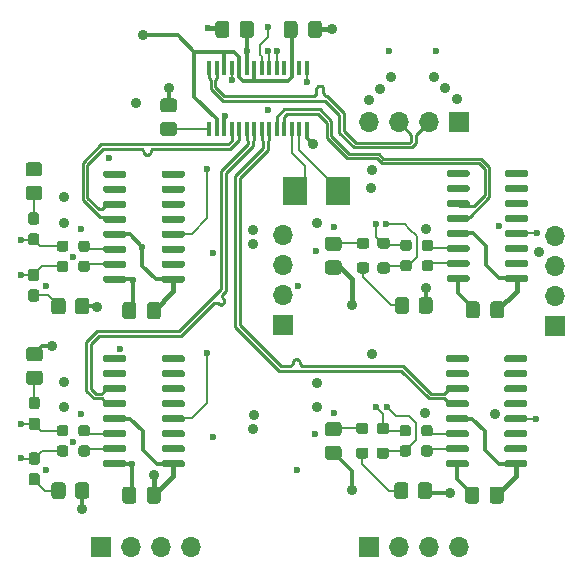
<source format=gbr>
%TF.GenerationSoftware,KiCad,Pcbnew,(5.1.12)-1*%
%TF.CreationDate,2022-03-26T18:35:52+01:00*%
%TF.ProjectId,Duino Coin,4475696e-6f20-4436-9f69-6e2e6b696361,rev?*%
%TF.SameCoordinates,Original*%
%TF.FileFunction,Copper,L4,Bot*%
%TF.FilePolarity,Positive*%
%FSLAX46Y46*%
G04 Gerber Fmt 4.6, Leading zero omitted, Abs format (unit mm)*
G04 Created by KiCad (PCBNEW (5.1.12)-1) date 2022-03-26 18:35:52*
%MOMM*%
%LPD*%
G01*
G04 APERTURE LIST*
%TA.AperFunction,ComponentPad*%
%ADD10O,1.700000X1.700000*%
%TD*%
%TA.AperFunction,ComponentPad*%
%ADD11R,1.700000X1.700000*%
%TD*%
%TA.AperFunction,SMDPad,CuDef*%
%ADD12R,2.000000X2.400000*%
%TD*%
%TA.AperFunction,SMDPad,CuDef*%
%ADD13R,0.400000X1.200000*%
%TD*%
%TA.AperFunction,ViaPad*%
%ADD14C,0.600000*%
%TD*%
%TA.AperFunction,ViaPad*%
%ADD15C,0.900000*%
%TD*%
%TA.AperFunction,Conductor*%
%ADD16C,0.300000*%
%TD*%
%TA.AperFunction,Conductor*%
%ADD17C,0.400000*%
%TD*%
%TA.AperFunction,Conductor*%
%ADD18C,0.200000*%
%TD*%
%TA.AperFunction,Conductor*%
%ADD19C,0.228600*%
%TD*%
G04 APERTURE END LIST*
D10*
%TO.P,J2,4*%
%TO.N,/SS4*%
X198450200Y-109423200D03*
%TO.P,J2,3*%
%TO.N,/SCK4*%
X198450200Y-111963200D03*
%TO.P,J2,2*%
%TO.N,/MISO4*%
X198450200Y-114503200D03*
D11*
%TO.P,J2,1*%
%TO.N,/MOSI4*%
X198450200Y-117043200D03*
%TD*%
%TO.P,J6,1*%
%TO.N,/MOSI1*%
X175417480Y-117012720D03*
D10*
%TO.P,J6,2*%
%TO.N,/MISO1*%
X175417480Y-114472720D03*
%TO.P,J6,3*%
%TO.N,/SCK1*%
X175417480Y-111932720D03*
%TO.P,J6,4*%
%TO.N,/SS1*%
X175417480Y-109392720D03*
%TD*%
%TO.P,J5,4*%
%TO.N,/SS2*%
X167640000Y-135775700D03*
%TO.P,J5,3*%
%TO.N,/SCK2*%
X165100000Y-135775700D03*
%TO.P,J5,2*%
%TO.N,/MISO2*%
X162560000Y-135775700D03*
D11*
%TO.P,J5,1*%
%TO.N,/MOSI2*%
X160020000Y-135775700D03*
%TD*%
D10*
%TO.P,J3,4*%
%TO.N,/SS3*%
X190284100Y-135801100D03*
%TO.P,J3,3*%
%TO.N,/SCK3*%
X187744100Y-135801100D03*
%TO.P,J3,2*%
%TO.N,/MISO3*%
X185204100Y-135801100D03*
D11*
%TO.P,J3,1*%
%TO.N,/MOSI3*%
X182664100Y-135801100D03*
%TD*%
%TO.P,J4,1*%
%TO.N,+5V*%
X190296800Y-99771200D03*
D10*
%TO.P,J4,2*%
%TO.N,/D-*%
X187756800Y-99771200D03*
%TO.P,J4,3*%
%TO.N,/D+*%
X185216800Y-99771200D03*
%TO.P,J4,4*%
%TO.N,GND*%
X182676800Y-99771200D03*
%TD*%
D12*
%TO.P,Y5,2*%
%TO.N,Net-(U5-Pad3)*%
X176407200Y-105664000D03*
%TO.P,Y5,1*%
%TO.N,Net-(U5-Pad2)*%
X180107200Y-105664000D03*
%TD*%
%TO.P,R9,2*%
%TO.N,Net-(D1-Pad2)*%
%TA.AperFunction,SMDPad,CuDef*%
G36*
G01*
X186099500Y-114865999D02*
X186099500Y-115766001D01*
G75*
G02*
X185849501Y-116016000I-249999J0D01*
G01*
X185149499Y-116016000D01*
G75*
G02*
X184899500Y-115766001I0J249999D01*
G01*
X184899500Y-114865999D01*
G75*
G02*
X185149499Y-114616000I249999J0D01*
G01*
X185849501Y-114616000D01*
G75*
G02*
X186099500Y-114865999I0J-249999D01*
G01*
G37*
%TD.AperFunction*%
%TO.P,R9,1*%
%TO.N,+5V*%
%TA.AperFunction,SMDPad,CuDef*%
G36*
G01*
X188099500Y-114865999D02*
X188099500Y-115766001D01*
G75*
G02*
X187849501Y-116016000I-249999J0D01*
G01*
X187149499Y-116016000D01*
G75*
G02*
X186899500Y-115766001I0J249999D01*
G01*
X186899500Y-114865999D01*
G75*
G02*
X187149499Y-114616000I249999J0D01*
G01*
X187849501Y-114616000D01*
G75*
G02*
X188099500Y-114865999I0J-249999D01*
G01*
G37*
%TD.AperFunction*%
%TD*%
%TO.P,R10,2*%
%TO.N,Net-(D2-Pad2)*%
%TA.AperFunction,SMDPad,CuDef*%
G36*
G01*
X180129601Y-110699600D02*
X179229599Y-110699600D01*
G75*
G02*
X178979600Y-110449601I0J249999D01*
G01*
X178979600Y-109749599D01*
G75*
G02*
X179229599Y-109499600I249999J0D01*
G01*
X180129601Y-109499600D01*
G75*
G02*
X180379600Y-109749599I0J-249999D01*
G01*
X180379600Y-110449601D01*
G75*
G02*
X180129601Y-110699600I-249999J0D01*
G01*
G37*
%TD.AperFunction*%
%TO.P,R10,1*%
%TO.N,+5V*%
%TA.AperFunction,SMDPad,CuDef*%
G36*
G01*
X180129601Y-112699600D02*
X179229599Y-112699600D01*
G75*
G02*
X178979600Y-112449601I0J249999D01*
G01*
X178979600Y-111749599D01*
G75*
G02*
X179229599Y-111499600I249999J0D01*
G01*
X180129601Y-111499600D01*
G75*
G02*
X180379600Y-111749599I0J-249999D01*
G01*
X180379600Y-112449601D01*
G75*
G02*
X180129601Y-112699600I-249999J0D01*
G01*
G37*
%TD.AperFunction*%
%TD*%
%TO.P,R11,2*%
%TO.N,Net-(D3-Pad2)*%
%TA.AperFunction,SMDPad,CuDef*%
G36*
G01*
X157016500Y-130550499D02*
X157016500Y-131450501D01*
G75*
G02*
X156766501Y-131700500I-249999J0D01*
G01*
X156066499Y-131700500D01*
G75*
G02*
X155816500Y-131450501I0J249999D01*
G01*
X155816500Y-130550499D01*
G75*
G02*
X156066499Y-130300500I249999J0D01*
G01*
X156766501Y-130300500D01*
G75*
G02*
X157016500Y-130550499I0J-249999D01*
G01*
G37*
%TD.AperFunction*%
%TO.P,R11,1*%
%TO.N,+5V*%
%TA.AperFunction,SMDPad,CuDef*%
G36*
G01*
X159016500Y-130550499D02*
X159016500Y-131450501D01*
G75*
G02*
X158766501Y-131700500I-249999J0D01*
G01*
X158066499Y-131700500D01*
G75*
G02*
X157816500Y-131450501I0J249999D01*
G01*
X157816500Y-130550499D01*
G75*
G02*
X158066499Y-130300500I249999J0D01*
G01*
X158766501Y-130300500D01*
G75*
G02*
X159016500Y-130550499I0J-249999D01*
G01*
G37*
%TD.AperFunction*%
%TD*%
%TO.P,R12,2*%
%TO.N,Net-(D4-Pad2)*%
%TA.AperFunction,SMDPad,CuDef*%
G36*
G01*
X153931199Y-120846800D02*
X154831201Y-120846800D01*
G75*
G02*
X155081200Y-121096799I0J-249999D01*
G01*
X155081200Y-121796801D01*
G75*
G02*
X154831201Y-122046800I-249999J0D01*
G01*
X153931199Y-122046800D01*
G75*
G02*
X153681200Y-121796801I0J249999D01*
G01*
X153681200Y-121096799D01*
G75*
G02*
X153931199Y-120846800I249999J0D01*
G01*
G37*
%TD.AperFunction*%
%TO.P,R12,1*%
%TO.N,+5V*%
%TA.AperFunction,SMDPad,CuDef*%
G36*
G01*
X153931199Y-118846800D02*
X154831201Y-118846800D01*
G75*
G02*
X155081200Y-119096799I0J-249999D01*
G01*
X155081200Y-119796801D01*
G75*
G02*
X154831201Y-120046800I-249999J0D01*
G01*
X153931199Y-120046800D01*
G75*
G02*
X153681200Y-119796801I0J249999D01*
G01*
X153681200Y-119096799D01*
G75*
G02*
X153931199Y-118846800I249999J0D01*
G01*
G37*
%TD.AperFunction*%
%TD*%
%TO.P,R13,2*%
%TO.N,Net-(D5-Pad2)*%
%TA.AperFunction,SMDPad,CuDef*%
G36*
G01*
X186036000Y-130550499D02*
X186036000Y-131450501D01*
G75*
G02*
X185786001Y-131700500I-249999J0D01*
G01*
X185085999Y-131700500D01*
G75*
G02*
X184836000Y-131450501I0J249999D01*
G01*
X184836000Y-130550499D01*
G75*
G02*
X185085999Y-130300500I249999J0D01*
G01*
X185786001Y-130300500D01*
G75*
G02*
X186036000Y-130550499I0J-249999D01*
G01*
G37*
%TD.AperFunction*%
%TO.P,R13,1*%
%TO.N,+5V*%
%TA.AperFunction,SMDPad,CuDef*%
G36*
G01*
X188036000Y-130550499D02*
X188036000Y-131450501D01*
G75*
G02*
X187786001Y-131700500I-249999J0D01*
G01*
X187085999Y-131700500D01*
G75*
G02*
X186836000Y-131450501I0J249999D01*
G01*
X186836000Y-130550499D01*
G75*
G02*
X187085999Y-130300500I249999J0D01*
G01*
X187786001Y-130300500D01*
G75*
G02*
X188036000Y-130550499I0J-249999D01*
G01*
G37*
%TD.AperFunction*%
%TD*%
%TO.P,R14,2*%
%TO.N,Net-(D6-Pad2)*%
%TA.AperFunction,SMDPad,CuDef*%
G36*
G01*
X180129601Y-126396800D02*
X179229599Y-126396800D01*
G75*
G02*
X178979600Y-126146801I0J249999D01*
G01*
X178979600Y-125446799D01*
G75*
G02*
X179229599Y-125196800I249999J0D01*
G01*
X180129601Y-125196800D01*
G75*
G02*
X180379600Y-125446799I0J-249999D01*
G01*
X180379600Y-126146801D01*
G75*
G02*
X180129601Y-126396800I-249999J0D01*
G01*
G37*
%TD.AperFunction*%
%TO.P,R14,1*%
%TO.N,+5V*%
%TA.AperFunction,SMDPad,CuDef*%
G36*
G01*
X180129601Y-128396800D02*
X179229599Y-128396800D01*
G75*
G02*
X178979600Y-128146801I0J249999D01*
G01*
X178979600Y-127446799D01*
G75*
G02*
X179229599Y-127196800I249999J0D01*
G01*
X180129601Y-127196800D01*
G75*
G02*
X180379600Y-127446799I0J-249999D01*
G01*
X180379600Y-128146801D01*
G75*
G02*
X180129601Y-128396800I-249999J0D01*
G01*
G37*
%TD.AperFunction*%
%TD*%
%TO.P,R15,2*%
%TO.N,Net-(D7-Pad2)*%
%TA.AperFunction,SMDPad,CuDef*%
G36*
G01*
X157016500Y-114929499D02*
X157016500Y-115829501D01*
G75*
G02*
X156766501Y-116079500I-249999J0D01*
G01*
X156066499Y-116079500D01*
G75*
G02*
X155816500Y-115829501I0J249999D01*
G01*
X155816500Y-114929499D01*
G75*
G02*
X156066499Y-114679500I249999J0D01*
G01*
X156766501Y-114679500D01*
G75*
G02*
X157016500Y-114929499I0J-249999D01*
G01*
G37*
%TD.AperFunction*%
%TO.P,R15,1*%
%TO.N,+5V*%
%TA.AperFunction,SMDPad,CuDef*%
G36*
G01*
X159016500Y-114929499D02*
X159016500Y-115829501D01*
G75*
G02*
X158766501Y-116079500I-249999J0D01*
G01*
X158066499Y-116079500D01*
G75*
G02*
X157816500Y-115829501I0J249999D01*
G01*
X157816500Y-114929499D01*
G75*
G02*
X158066499Y-114679500I249999J0D01*
G01*
X158766501Y-114679500D01*
G75*
G02*
X159016500Y-114929499I0J-249999D01*
G01*
G37*
%TD.AperFunction*%
%TD*%
%TO.P,R16,2*%
%TO.N,Net-(D8-Pad2)*%
%TA.AperFunction,SMDPad,CuDef*%
G36*
G01*
X153880399Y-105200400D02*
X154780401Y-105200400D01*
G75*
G02*
X155030400Y-105450399I0J-249999D01*
G01*
X155030400Y-106150401D01*
G75*
G02*
X154780401Y-106400400I-249999J0D01*
G01*
X153880399Y-106400400D01*
G75*
G02*
X153630400Y-106150401I0J249999D01*
G01*
X153630400Y-105450399D01*
G75*
G02*
X153880399Y-105200400I249999J0D01*
G01*
G37*
%TD.AperFunction*%
%TO.P,R16,1*%
%TO.N,+5V*%
%TA.AperFunction,SMDPad,CuDef*%
G36*
G01*
X153880399Y-103200400D02*
X154780401Y-103200400D01*
G75*
G02*
X155030400Y-103450399I0J-249999D01*
G01*
X155030400Y-104150401D01*
G75*
G02*
X154780401Y-104400400I-249999J0D01*
G01*
X153880399Y-104400400D01*
G75*
G02*
X153630400Y-104150401I0J249999D01*
G01*
X153630400Y-103450399D01*
G75*
G02*
X153880399Y-103200400I249999J0D01*
G01*
G37*
%TD.AperFunction*%
%TD*%
%TO.P,C4,2*%
%TO.N,GND*%
%TA.AperFunction,SMDPad,CuDef*%
G36*
G01*
X192018500Y-130906500D02*
X192018500Y-131856500D01*
G75*
G02*
X191768500Y-132106500I-250000J0D01*
G01*
X191093500Y-132106500D01*
G75*
G02*
X190843500Y-131856500I0J250000D01*
G01*
X190843500Y-130906500D01*
G75*
G02*
X191093500Y-130656500I250000J0D01*
G01*
X191768500Y-130656500D01*
G75*
G02*
X192018500Y-130906500I0J-250000D01*
G01*
G37*
%TD.AperFunction*%
%TO.P,C4,1*%
%TO.N,+5V*%
%TA.AperFunction,SMDPad,CuDef*%
G36*
G01*
X194093500Y-130906500D02*
X194093500Y-131856500D01*
G75*
G02*
X193843500Y-132106500I-250000J0D01*
G01*
X193168500Y-132106500D01*
G75*
G02*
X192918500Y-131856500I0J250000D01*
G01*
X192918500Y-130906500D01*
G75*
G02*
X193168500Y-130656500I250000J0D01*
G01*
X193843500Y-130656500D01*
G75*
G02*
X194093500Y-130906500I0J-250000D01*
G01*
G37*
%TD.AperFunction*%
%TD*%
%TO.P,U3,1*%
%TO.N,GND*%
%TA.AperFunction,SMDPad,CuDef*%
G36*
G01*
X189209000Y-128864500D02*
X189209000Y-128564500D01*
G75*
G02*
X189359000Y-128414500I150000J0D01*
G01*
X191009000Y-128414500D01*
G75*
G02*
X191159000Y-128564500I0J-150000D01*
G01*
X191159000Y-128864500D01*
G75*
G02*
X191009000Y-129014500I-150000J0D01*
G01*
X189359000Y-129014500D01*
G75*
G02*
X189209000Y-128864500I0J150000D01*
G01*
G37*
%TD.AperFunction*%
%TO.P,U3,2*%
%TO.N,Net-(R3-Pad2)*%
%TA.AperFunction,SMDPad,CuDef*%
G36*
G01*
X189209000Y-127594500D02*
X189209000Y-127294500D01*
G75*
G02*
X189359000Y-127144500I150000J0D01*
G01*
X191009000Y-127144500D01*
G75*
G02*
X191159000Y-127294500I0J-150000D01*
G01*
X191159000Y-127594500D01*
G75*
G02*
X191009000Y-127744500I-150000J0D01*
G01*
X189359000Y-127744500D01*
G75*
G02*
X189209000Y-127594500I0J150000D01*
G01*
G37*
%TD.AperFunction*%
%TO.P,U3,3*%
%TO.N,Net-(R7-Pad1)*%
%TA.AperFunction,SMDPad,CuDef*%
G36*
G01*
X189209000Y-126324500D02*
X189209000Y-126024500D01*
G75*
G02*
X189359000Y-125874500I150000J0D01*
G01*
X191009000Y-125874500D01*
G75*
G02*
X191159000Y-126024500I0J-150000D01*
G01*
X191159000Y-126324500D01*
G75*
G02*
X191009000Y-126474500I-150000J0D01*
G01*
X189359000Y-126474500D01*
G75*
G02*
X189209000Y-126324500I0J150000D01*
G01*
G37*
%TD.AperFunction*%
%TO.P,U3,4*%
%TO.N,+5V*%
%TA.AperFunction,SMDPad,CuDef*%
G36*
G01*
X189209000Y-125054500D02*
X189209000Y-124754500D01*
G75*
G02*
X189359000Y-124604500I150000J0D01*
G01*
X191009000Y-124604500D01*
G75*
G02*
X191159000Y-124754500I0J-150000D01*
G01*
X191159000Y-125054500D01*
G75*
G02*
X191009000Y-125204500I-150000J0D01*
G01*
X189359000Y-125204500D01*
G75*
G02*
X189209000Y-125054500I0J150000D01*
G01*
G37*
%TD.AperFunction*%
%TO.P,U3,5*%
%TO.N,/D3_P*%
%TA.AperFunction,SMDPad,CuDef*%
G36*
G01*
X189209000Y-123784500D02*
X189209000Y-123484500D01*
G75*
G02*
X189359000Y-123334500I150000J0D01*
G01*
X191009000Y-123334500D01*
G75*
G02*
X191159000Y-123484500I0J-150000D01*
G01*
X191159000Y-123784500D01*
G75*
G02*
X191009000Y-123934500I-150000J0D01*
G01*
X189359000Y-123934500D01*
G75*
G02*
X189209000Y-123784500I0J150000D01*
G01*
G37*
%TD.AperFunction*%
%TO.P,U3,6*%
%TO.N,/D3_N*%
%TA.AperFunction,SMDPad,CuDef*%
G36*
G01*
X189209000Y-122514500D02*
X189209000Y-122214500D01*
G75*
G02*
X189359000Y-122064500I150000J0D01*
G01*
X191009000Y-122064500D01*
G75*
G02*
X191159000Y-122214500I0J-150000D01*
G01*
X191159000Y-122514500D01*
G75*
G02*
X191009000Y-122664500I-150000J0D01*
G01*
X189359000Y-122664500D01*
G75*
G02*
X189209000Y-122514500I0J150000D01*
G01*
G37*
%TD.AperFunction*%
%TO.P,U3,7*%
%TO.N,Net-(U3-Pad7)*%
%TA.AperFunction,SMDPad,CuDef*%
G36*
G01*
X189209000Y-121244500D02*
X189209000Y-120944500D01*
G75*
G02*
X189359000Y-120794500I150000J0D01*
G01*
X191009000Y-120794500D01*
G75*
G02*
X191159000Y-120944500I0J-150000D01*
G01*
X191159000Y-121244500D01*
G75*
G02*
X191009000Y-121394500I-150000J0D01*
G01*
X189359000Y-121394500D01*
G75*
G02*
X189209000Y-121244500I0J150000D01*
G01*
G37*
%TD.AperFunction*%
%TO.P,U3,8*%
%TO.N,Net-(U3-Pad8)*%
%TA.AperFunction,SMDPad,CuDef*%
G36*
G01*
X189209000Y-119974500D02*
X189209000Y-119674500D01*
G75*
G02*
X189359000Y-119524500I150000J0D01*
G01*
X191009000Y-119524500D01*
G75*
G02*
X191159000Y-119674500I0J-150000D01*
G01*
X191159000Y-119974500D01*
G75*
G02*
X191009000Y-120124500I-150000J0D01*
G01*
X189359000Y-120124500D01*
G75*
G02*
X189209000Y-119974500I0J150000D01*
G01*
G37*
%TD.AperFunction*%
%TO.P,U3,9*%
%TO.N,Net-(U3-Pad9)*%
%TA.AperFunction,SMDPad,CuDef*%
G36*
G01*
X194159000Y-119974500D02*
X194159000Y-119674500D01*
G75*
G02*
X194309000Y-119524500I150000J0D01*
G01*
X195959000Y-119524500D01*
G75*
G02*
X196109000Y-119674500I0J-150000D01*
G01*
X196109000Y-119974500D01*
G75*
G02*
X195959000Y-120124500I-150000J0D01*
G01*
X194309000Y-120124500D01*
G75*
G02*
X194159000Y-119974500I0J150000D01*
G01*
G37*
%TD.AperFunction*%
%TO.P,U3,10*%
%TO.N,Net-(U3-Pad10)*%
%TA.AperFunction,SMDPad,CuDef*%
G36*
G01*
X194159000Y-121244500D02*
X194159000Y-120944500D01*
G75*
G02*
X194309000Y-120794500I150000J0D01*
G01*
X195959000Y-120794500D01*
G75*
G02*
X196109000Y-120944500I0J-150000D01*
G01*
X196109000Y-121244500D01*
G75*
G02*
X195959000Y-121394500I-150000J0D01*
G01*
X194309000Y-121394500D01*
G75*
G02*
X194159000Y-121244500I0J150000D01*
G01*
G37*
%TD.AperFunction*%
%TO.P,U3,11*%
%TO.N,Net-(U3-Pad11)*%
%TA.AperFunction,SMDPad,CuDef*%
G36*
G01*
X194159000Y-122514500D02*
X194159000Y-122214500D01*
G75*
G02*
X194309000Y-122064500I150000J0D01*
G01*
X195959000Y-122064500D01*
G75*
G02*
X196109000Y-122214500I0J-150000D01*
G01*
X196109000Y-122514500D01*
G75*
G02*
X195959000Y-122664500I-150000J0D01*
G01*
X194309000Y-122664500D01*
G75*
G02*
X194159000Y-122514500I0J150000D01*
G01*
G37*
%TD.AperFunction*%
%TO.P,U3,12*%
%TO.N,Net-(U3-Pad12)*%
%TA.AperFunction,SMDPad,CuDef*%
G36*
G01*
X194159000Y-123784500D02*
X194159000Y-123484500D01*
G75*
G02*
X194309000Y-123334500I150000J0D01*
G01*
X195959000Y-123334500D01*
G75*
G02*
X196109000Y-123484500I0J-150000D01*
G01*
X196109000Y-123784500D01*
G75*
G02*
X195959000Y-123934500I-150000J0D01*
G01*
X194309000Y-123934500D01*
G75*
G02*
X194159000Y-123784500I0J150000D01*
G01*
G37*
%TD.AperFunction*%
%TO.P,U3,13*%
%TO.N,/DTR_3*%
%TA.AperFunction,SMDPad,CuDef*%
G36*
G01*
X194159000Y-125054500D02*
X194159000Y-124754500D01*
G75*
G02*
X194309000Y-124604500I150000J0D01*
G01*
X195959000Y-124604500D01*
G75*
G02*
X196109000Y-124754500I0J-150000D01*
G01*
X196109000Y-125054500D01*
G75*
G02*
X195959000Y-125204500I-150000J0D01*
G01*
X194309000Y-125204500D01*
G75*
G02*
X194159000Y-125054500I0J150000D01*
G01*
G37*
%TD.AperFunction*%
%TO.P,U3,14*%
%TO.N,Net-(U3-Pad14)*%
%TA.AperFunction,SMDPad,CuDef*%
G36*
G01*
X194159000Y-126324500D02*
X194159000Y-126024500D01*
G75*
G02*
X194309000Y-125874500I150000J0D01*
G01*
X195959000Y-125874500D01*
G75*
G02*
X196109000Y-126024500I0J-150000D01*
G01*
X196109000Y-126324500D01*
G75*
G02*
X195959000Y-126474500I-150000J0D01*
G01*
X194309000Y-126474500D01*
G75*
G02*
X194159000Y-126324500I0J150000D01*
G01*
G37*
%TD.AperFunction*%
%TO.P,U3,15*%
%TO.N,Net-(U3-Pad15)*%
%TA.AperFunction,SMDPad,CuDef*%
G36*
G01*
X194159000Y-127594500D02*
X194159000Y-127294500D01*
G75*
G02*
X194309000Y-127144500I150000J0D01*
G01*
X195959000Y-127144500D01*
G75*
G02*
X196109000Y-127294500I0J-150000D01*
G01*
X196109000Y-127594500D01*
G75*
G02*
X195959000Y-127744500I-150000J0D01*
G01*
X194309000Y-127744500D01*
G75*
G02*
X194159000Y-127594500I0J150000D01*
G01*
G37*
%TD.AperFunction*%
%TO.P,U3,16*%
%TO.N,+5V*%
%TA.AperFunction,SMDPad,CuDef*%
G36*
G01*
X194159000Y-128864500D02*
X194159000Y-128564500D01*
G75*
G02*
X194309000Y-128414500I150000J0D01*
G01*
X195959000Y-128414500D01*
G75*
G02*
X196109000Y-128564500I0J-150000D01*
G01*
X196109000Y-128864500D01*
G75*
G02*
X195959000Y-129014500I-150000J0D01*
G01*
X194309000Y-129014500D01*
G75*
G02*
X194159000Y-128864500I0J150000D01*
G01*
G37*
%TD.AperFunction*%
%TD*%
D13*
%TO.P,U5,1*%
%TO.N,GND*%
X177419000Y-100390000D03*
%TO.P,U5,2*%
%TO.N,Net-(U5-Pad2)*%
X176784000Y-100390000D03*
%TO.P,U5,3*%
%TO.N,Net-(U5-Pad3)*%
X176149000Y-100390000D03*
%TO.P,U5,4*%
%TO.N,/D4_N*%
X175514000Y-100390000D03*
%TO.P,U5,5*%
%TO.N,/D4_P*%
X174879000Y-100390000D03*
%TO.P,U5,6*%
%TO.N,/D3_N*%
X174244000Y-100390000D03*
%TO.P,U5,7*%
%TO.N,/D3_P*%
X173609000Y-100390000D03*
%TO.P,U5,8*%
%TO.N,/D2_N*%
X172974000Y-100390000D03*
%TO.P,U5,9*%
%TO.N,/D2_P*%
X172339000Y-100390000D03*
%TO.P,U5,10*%
%TO.N,/D1_N*%
X171704000Y-100390000D03*
%TO.P,U5,11*%
%TO.N,/D1_P*%
X171069000Y-100390000D03*
%TO.P,U5,12*%
%TO.N,Net-(C19-Pad1)*%
X170434000Y-100390000D03*
%TO.P,U5,13*%
%TO.N,+3V3*%
X169799000Y-100390000D03*
%TO.P,U5,14*%
%TO.N,Net-(R29-Pad1)*%
X169164000Y-100390000D03*
%TO.P,U5,15*%
%TO.N,/D-*%
X169164000Y-95190000D03*
%TO.P,U5,16*%
%TO.N,/D+*%
X169799000Y-95190000D03*
%TO.P,U5,17*%
%TO.N,+3V3*%
X170434000Y-95190000D03*
%TO.P,U5,18*%
%TO.N,Net-(R25-Pad2)*%
X171069000Y-95190000D03*
%TO.P,U5,19*%
%TO.N,+3V3*%
X171704000Y-95190000D03*
%TO.P,U5,20*%
%TO.N,+5V*%
X172339000Y-95190000D03*
%TO.P,U5,21*%
%TO.N,+3V3*%
X172974000Y-95190000D03*
%TO.P,U5,22*%
%TO.N,Net-(D17-Pad2)*%
X173609000Y-95190000D03*
%TO.P,U5,23*%
%TO.N,Net-(R27-Pad2)*%
X174244000Y-95190000D03*
%TO.P,U5,24*%
%TO.N,Net-(R28-Pad2)*%
X174879000Y-95190000D03*
%TO.P,U5,25*%
%TO.N,Net-(U5-Pad25)*%
X175514000Y-95190000D03*
%TO.P,U5,26*%
%TO.N,+3V3*%
X176149000Y-95190000D03*
%TO.P,U5,27*%
%TO.N,Net-(U5-Pad27)*%
X176784000Y-95190000D03*
%TO.P,U5,28*%
%TO.N,Net-(C19-Pad1)*%
X177419000Y-95190000D03*
%TD*%
%TO.P,U4,1*%
%TO.N,GND*%
%TA.AperFunction,SMDPad,CuDef*%
G36*
G01*
X160189500Y-113243500D02*
X160189500Y-112943500D01*
G75*
G02*
X160339500Y-112793500I150000J0D01*
G01*
X161989500Y-112793500D01*
G75*
G02*
X162139500Y-112943500I0J-150000D01*
G01*
X162139500Y-113243500D01*
G75*
G02*
X161989500Y-113393500I-150000J0D01*
G01*
X160339500Y-113393500D01*
G75*
G02*
X160189500Y-113243500I0J150000D01*
G01*
G37*
%TD.AperFunction*%
%TO.P,U4,2*%
%TO.N,Net-(R4-Pad2)*%
%TA.AperFunction,SMDPad,CuDef*%
G36*
G01*
X160189500Y-111973500D02*
X160189500Y-111673500D01*
G75*
G02*
X160339500Y-111523500I150000J0D01*
G01*
X161989500Y-111523500D01*
G75*
G02*
X162139500Y-111673500I0J-150000D01*
G01*
X162139500Y-111973500D01*
G75*
G02*
X161989500Y-112123500I-150000J0D01*
G01*
X160339500Y-112123500D01*
G75*
G02*
X160189500Y-111973500I0J150000D01*
G01*
G37*
%TD.AperFunction*%
%TO.P,U4,3*%
%TO.N,Net-(R8-Pad1)*%
%TA.AperFunction,SMDPad,CuDef*%
G36*
G01*
X160189500Y-110703500D02*
X160189500Y-110403500D01*
G75*
G02*
X160339500Y-110253500I150000J0D01*
G01*
X161989500Y-110253500D01*
G75*
G02*
X162139500Y-110403500I0J-150000D01*
G01*
X162139500Y-110703500D01*
G75*
G02*
X161989500Y-110853500I-150000J0D01*
G01*
X160339500Y-110853500D01*
G75*
G02*
X160189500Y-110703500I0J150000D01*
G01*
G37*
%TD.AperFunction*%
%TO.P,U4,4*%
%TO.N,+5V*%
%TA.AperFunction,SMDPad,CuDef*%
G36*
G01*
X160189500Y-109433500D02*
X160189500Y-109133500D01*
G75*
G02*
X160339500Y-108983500I150000J0D01*
G01*
X161989500Y-108983500D01*
G75*
G02*
X162139500Y-109133500I0J-150000D01*
G01*
X162139500Y-109433500D01*
G75*
G02*
X161989500Y-109583500I-150000J0D01*
G01*
X160339500Y-109583500D01*
G75*
G02*
X160189500Y-109433500I0J150000D01*
G01*
G37*
%TD.AperFunction*%
%TO.P,U4,5*%
%TO.N,/D1_P*%
%TA.AperFunction,SMDPad,CuDef*%
G36*
G01*
X160189500Y-108163500D02*
X160189500Y-107863500D01*
G75*
G02*
X160339500Y-107713500I150000J0D01*
G01*
X161989500Y-107713500D01*
G75*
G02*
X162139500Y-107863500I0J-150000D01*
G01*
X162139500Y-108163500D01*
G75*
G02*
X161989500Y-108313500I-150000J0D01*
G01*
X160339500Y-108313500D01*
G75*
G02*
X160189500Y-108163500I0J150000D01*
G01*
G37*
%TD.AperFunction*%
%TO.P,U4,6*%
%TO.N,/D1_N*%
%TA.AperFunction,SMDPad,CuDef*%
G36*
G01*
X160189500Y-106893500D02*
X160189500Y-106593500D01*
G75*
G02*
X160339500Y-106443500I150000J0D01*
G01*
X161989500Y-106443500D01*
G75*
G02*
X162139500Y-106593500I0J-150000D01*
G01*
X162139500Y-106893500D01*
G75*
G02*
X161989500Y-107043500I-150000J0D01*
G01*
X160339500Y-107043500D01*
G75*
G02*
X160189500Y-106893500I0J150000D01*
G01*
G37*
%TD.AperFunction*%
%TO.P,U4,7*%
%TO.N,Net-(U4-Pad7)*%
%TA.AperFunction,SMDPad,CuDef*%
G36*
G01*
X160189500Y-105623500D02*
X160189500Y-105323500D01*
G75*
G02*
X160339500Y-105173500I150000J0D01*
G01*
X161989500Y-105173500D01*
G75*
G02*
X162139500Y-105323500I0J-150000D01*
G01*
X162139500Y-105623500D01*
G75*
G02*
X161989500Y-105773500I-150000J0D01*
G01*
X160339500Y-105773500D01*
G75*
G02*
X160189500Y-105623500I0J150000D01*
G01*
G37*
%TD.AperFunction*%
%TO.P,U4,8*%
%TO.N,Net-(U4-Pad8)*%
%TA.AperFunction,SMDPad,CuDef*%
G36*
G01*
X160189500Y-104353500D02*
X160189500Y-104053500D01*
G75*
G02*
X160339500Y-103903500I150000J0D01*
G01*
X161989500Y-103903500D01*
G75*
G02*
X162139500Y-104053500I0J-150000D01*
G01*
X162139500Y-104353500D01*
G75*
G02*
X161989500Y-104503500I-150000J0D01*
G01*
X160339500Y-104503500D01*
G75*
G02*
X160189500Y-104353500I0J150000D01*
G01*
G37*
%TD.AperFunction*%
%TO.P,U4,9*%
%TO.N,Net-(U4-Pad9)*%
%TA.AperFunction,SMDPad,CuDef*%
G36*
G01*
X165139500Y-104353500D02*
X165139500Y-104053500D01*
G75*
G02*
X165289500Y-103903500I150000J0D01*
G01*
X166939500Y-103903500D01*
G75*
G02*
X167089500Y-104053500I0J-150000D01*
G01*
X167089500Y-104353500D01*
G75*
G02*
X166939500Y-104503500I-150000J0D01*
G01*
X165289500Y-104503500D01*
G75*
G02*
X165139500Y-104353500I0J150000D01*
G01*
G37*
%TD.AperFunction*%
%TO.P,U4,10*%
%TO.N,Net-(U4-Pad10)*%
%TA.AperFunction,SMDPad,CuDef*%
G36*
G01*
X165139500Y-105623500D02*
X165139500Y-105323500D01*
G75*
G02*
X165289500Y-105173500I150000J0D01*
G01*
X166939500Y-105173500D01*
G75*
G02*
X167089500Y-105323500I0J-150000D01*
G01*
X167089500Y-105623500D01*
G75*
G02*
X166939500Y-105773500I-150000J0D01*
G01*
X165289500Y-105773500D01*
G75*
G02*
X165139500Y-105623500I0J150000D01*
G01*
G37*
%TD.AperFunction*%
%TO.P,U4,11*%
%TO.N,Net-(U4-Pad11)*%
%TA.AperFunction,SMDPad,CuDef*%
G36*
G01*
X165139500Y-106893500D02*
X165139500Y-106593500D01*
G75*
G02*
X165289500Y-106443500I150000J0D01*
G01*
X166939500Y-106443500D01*
G75*
G02*
X167089500Y-106593500I0J-150000D01*
G01*
X167089500Y-106893500D01*
G75*
G02*
X166939500Y-107043500I-150000J0D01*
G01*
X165289500Y-107043500D01*
G75*
G02*
X165139500Y-106893500I0J150000D01*
G01*
G37*
%TD.AperFunction*%
%TO.P,U4,12*%
%TO.N,Net-(U4-Pad12)*%
%TA.AperFunction,SMDPad,CuDef*%
G36*
G01*
X165139500Y-108163500D02*
X165139500Y-107863500D01*
G75*
G02*
X165289500Y-107713500I150000J0D01*
G01*
X166939500Y-107713500D01*
G75*
G02*
X167089500Y-107863500I0J-150000D01*
G01*
X167089500Y-108163500D01*
G75*
G02*
X166939500Y-108313500I-150000J0D01*
G01*
X165289500Y-108313500D01*
G75*
G02*
X165139500Y-108163500I0J150000D01*
G01*
G37*
%TD.AperFunction*%
%TO.P,U4,13*%
%TO.N,/DTR_1*%
%TA.AperFunction,SMDPad,CuDef*%
G36*
G01*
X165139500Y-109433500D02*
X165139500Y-109133500D01*
G75*
G02*
X165289500Y-108983500I150000J0D01*
G01*
X166939500Y-108983500D01*
G75*
G02*
X167089500Y-109133500I0J-150000D01*
G01*
X167089500Y-109433500D01*
G75*
G02*
X166939500Y-109583500I-150000J0D01*
G01*
X165289500Y-109583500D01*
G75*
G02*
X165139500Y-109433500I0J150000D01*
G01*
G37*
%TD.AperFunction*%
%TO.P,U4,14*%
%TO.N,Net-(U4-Pad14)*%
%TA.AperFunction,SMDPad,CuDef*%
G36*
G01*
X165139500Y-110703500D02*
X165139500Y-110403500D01*
G75*
G02*
X165289500Y-110253500I150000J0D01*
G01*
X166939500Y-110253500D01*
G75*
G02*
X167089500Y-110403500I0J-150000D01*
G01*
X167089500Y-110703500D01*
G75*
G02*
X166939500Y-110853500I-150000J0D01*
G01*
X165289500Y-110853500D01*
G75*
G02*
X165139500Y-110703500I0J150000D01*
G01*
G37*
%TD.AperFunction*%
%TO.P,U4,15*%
%TO.N,Net-(U4-Pad15)*%
%TA.AperFunction,SMDPad,CuDef*%
G36*
G01*
X165139500Y-111973500D02*
X165139500Y-111673500D01*
G75*
G02*
X165289500Y-111523500I150000J0D01*
G01*
X166939500Y-111523500D01*
G75*
G02*
X167089500Y-111673500I0J-150000D01*
G01*
X167089500Y-111973500D01*
G75*
G02*
X166939500Y-112123500I-150000J0D01*
G01*
X165289500Y-112123500D01*
G75*
G02*
X165139500Y-111973500I0J150000D01*
G01*
G37*
%TD.AperFunction*%
%TO.P,U4,16*%
%TO.N,+5V*%
%TA.AperFunction,SMDPad,CuDef*%
G36*
G01*
X165139500Y-113243500D02*
X165139500Y-112943500D01*
G75*
G02*
X165289500Y-112793500I150000J0D01*
G01*
X166939500Y-112793500D01*
G75*
G02*
X167089500Y-112943500I0J-150000D01*
G01*
X167089500Y-113243500D01*
G75*
G02*
X166939500Y-113393500I-150000J0D01*
G01*
X165289500Y-113393500D01*
G75*
G02*
X165139500Y-113243500I0J150000D01*
G01*
G37*
%TD.AperFunction*%
%TD*%
%TO.P,U2,1*%
%TO.N,GND*%
%TA.AperFunction,SMDPad,CuDef*%
G36*
G01*
X160189500Y-128864500D02*
X160189500Y-128564500D01*
G75*
G02*
X160339500Y-128414500I150000J0D01*
G01*
X161989500Y-128414500D01*
G75*
G02*
X162139500Y-128564500I0J-150000D01*
G01*
X162139500Y-128864500D01*
G75*
G02*
X161989500Y-129014500I-150000J0D01*
G01*
X160339500Y-129014500D01*
G75*
G02*
X160189500Y-128864500I0J150000D01*
G01*
G37*
%TD.AperFunction*%
%TO.P,U2,2*%
%TO.N,Net-(R2-Pad2)*%
%TA.AperFunction,SMDPad,CuDef*%
G36*
G01*
X160189500Y-127594500D02*
X160189500Y-127294500D01*
G75*
G02*
X160339500Y-127144500I150000J0D01*
G01*
X161989500Y-127144500D01*
G75*
G02*
X162139500Y-127294500I0J-150000D01*
G01*
X162139500Y-127594500D01*
G75*
G02*
X161989500Y-127744500I-150000J0D01*
G01*
X160339500Y-127744500D01*
G75*
G02*
X160189500Y-127594500I0J150000D01*
G01*
G37*
%TD.AperFunction*%
%TO.P,U2,3*%
%TO.N,Net-(R6-Pad1)*%
%TA.AperFunction,SMDPad,CuDef*%
G36*
G01*
X160189500Y-126324500D02*
X160189500Y-126024500D01*
G75*
G02*
X160339500Y-125874500I150000J0D01*
G01*
X161989500Y-125874500D01*
G75*
G02*
X162139500Y-126024500I0J-150000D01*
G01*
X162139500Y-126324500D01*
G75*
G02*
X161989500Y-126474500I-150000J0D01*
G01*
X160339500Y-126474500D01*
G75*
G02*
X160189500Y-126324500I0J150000D01*
G01*
G37*
%TD.AperFunction*%
%TO.P,U2,4*%
%TO.N,+5V*%
%TA.AperFunction,SMDPad,CuDef*%
G36*
G01*
X160189500Y-125054500D02*
X160189500Y-124754500D01*
G75*
G02*
X160339500Y-124604500I150000J0D01*
G01*
X161989500Y-124604500D01*
G75*
G02*
X162139500Y-124754500I0J-150000D01*
G01*
X162139500Y-125054500D01*
G75*
G02*
X161989500Y-125204500I-150000J0D01*
G01*
X160339500Y-125204500D01*
G75*
G02*
X160189500Y-125054500I0J150000D01*
G01*
G37*
%TD.AperFunction*%
%TO.P,U2,5*%
%TO.N,/D2_P*%
%TA.AperFunction,SMDPad,CuDef*%
G36*
G01*
X160189500Y-123784500D02*
X160189500Y-123484500D01*
G75*
G02*
X160339500Y-123334500I150000J0D01*
G01*
X161989500Y-123334500D01*
G75*
G02*
X162139500Y-123484500I0J-150000D01*
G01*
X162139500Y-123784500D01*
G75*
G02*
X161989500Y-123934500I-150000J0D01*
G01*
X160339500Y-123934500D01*
G75*
G02*
X160189500Y-123784500I0J150000D01*
G01*
G37*
%TD.AperFunction*%
%TO.P,U2,6*%
%TO.N,/D2_N*%
%TA.AperFunction,SMDPad,CuDef*%
G36*
G01*
X160189500Y-122514500D02*
X160189500Y-122214500D01*
G75*
G02*
X160339500Y-122064500I150000J0D01*
G01*
X161989500Y-122064500D01*
G75*
G02*
X162139500Y-122214500I0J-150000D01*
G01*
X162139500Y-122514500D01*
G75*
G02*
X161989500Y-122664500I-150000J0D01*
G01*
X160339500Y-122664500D01*
G75*
G02*
X160189500Y-122514500I0J150000D01*
G01*
G37*
%TD.AperFunction*%
%TO.P,U2,7*%
%TO.N,Net-(U2-Pad7)*%
%TA.AperFunction,SMDPad,CuDef*%
G36*
G01*
X160189500Y-121244500D02*
X160189500Y-120944500D01*
G75*
G02*
X160339500Y-120794500I150000J0D01*
G01*
X161989500Y-120794500D01*
G75*
G02*
X162139500Y-120944500I0J-150000D01*
G01*
X162139500Y-121244500D01*
G75*
G02*
X161989500Y-121394500I-150000J0D01*
G01*
X160339500Y-121394500D01*
G75*
G02*
X160189500Y-121244500I0J150000D01*
G01*
G37*
%TD.AperFunction*%
%TO.P,U2,8*%
%TO.N,Net-(U2-Pad8)*%
%TA.AperFunction,SMDPad,CuDef*%
G36*
G01*
X160189500Y-119974500D02*
X160189500Y-119674500D01*
G75*
G02*
X160339500Y-119524500I150000J0D01*
G01*
X161989500Y-119524500D01*
G75*
G02*
X162139500Y-119674500I0J-150000D01*
G01*
X162139500Y-119974500D01*
G75*
G02*
X161989500Y-120124500I-150000J0D01*
G01*
X160339500Y-120124500D01*
G75*
G02*
X160189500Y-119974500I0J150000D01*
G01*
G37*
%TD.AperFunction*%
%TO.P,U2,9*%
%TO.N,Net-(U2-Pad9)*%
%TA.AperFunction,SMDPad,CuDef*%
G36*
G01*
X165139500Y-119974500D02*
X165139500Y-119674500D01*
G75*
G02*
X165289500Y-119524500I150000J0D01*
G01*
X166939500Y-119524500D01*
G75*
G02*
X167089500Y-119674500I0J-150000D01*
G01*
X167089500Y-119974500D01*
G75*
G02*
X166939500Y-120124500I-150000J0D01*
G01*
X165289500Y-120124500D01*
G75*
G02*
X165139500Y-119974500I0J150000D01*
G01*
G37*
%TD.AperFunction*%
%TO.P,U2,10*%
%TO.N,Net-(U2-Pad10)*%
%TA.AperFunction,SMDPad,CuDef*%
G36*
G01*
X165139500Y-121244500D02*
X165139500Y-120944500D01*
G75*
G02*
X165289500Y-120794500I150000J0D01*
G01*
X166939500Y-120794500D01*
G75*
G02*
X167089500Y-120944500I0J-150000D01*
G01*
X167089500Y-121244500D01*
G75*
G02*
X166939500Y-121394500I-150000J0D01*
G01*
X165289500Y-121394500D01*
G75*
G02*
X165139500Y-121244500I0J150000D01*
G01*
G37*
%TD.AperFunction*%
%TO.P,U2,11*%
%TO.N,Net-(U2-Pad11)*%
%TA.AperFunction,SMDPad,CuDef*%
G36*
G01*
X165139500Y-122514500D02*
X165139500Y-122214500D01*
G75*
G02*
X165289500Y-122064500I150000J0D01*
G01*
X166939500Y-122064500D01*
G75*
G02*
X167089500Y-122214500I0J-150000D01*
G01*
X167089500Y-122514500D01*
G75*
G02*
X166939500Y-122664500I-150000J0D01*
G01*
X165289500Y-122664500D01*
G75*
G02*
X165139500Y-122514500I0J150000D01*
G01*
G37*
%TD.AperFunction*%
%TO.P,U2,12*%
%TO.N,Net-(U2-Pad12)*%
%TA.AperFunction,SMDPad,CuDef*%
G36*
G01*
X165139500Y-123784500D02*
X165139500Y-123484500D01*
G75*
G02*
X165289500Y-123334500I150000J0D01*
G01*
X166939500Y-123334500D01*
G75*
G02*
X167089500Y-123484500I0J-150000D01*
G01*
X167089500Y-123784500D01*
G75*
G02*
X166939500Y-123934500I-150000J0D01*
G01*
X165289500Y-123934500D01*
G75*
G02*
X165139500Y-123784500I0J150000D01*
G01*
G37*
%TD.AperFunction*%
%TO.P,U2,13*%
%TO.N,/DTR_2*%
%TA.AperFunction,SMDPad,CuDef*%
G36*
G01*
X165139500Y-125054500D02*
X165139500Y-124754500D01*
G75*
G02*
X165289500Y-124604500I150000J0D01*
G01*
X166939500Y-124604500D01*
G75*
G02*
X167089500Y-124754500I0J-150000D01*
G01*
X167089500Y-125054500D01*
G75*
G02*
X166939500Y-125204500I-150000J0D01*
G01*
X165289500Y-125204500D01*
G75*
G02*
X165139500Y-125054500I0J150000D01*
G01*
G37*
%TD.AperFunction*%
%TO.P,U2,14*%
%TO.N,Net-(U2-Pad14)*%
%TA.AperFunction,SMDPad,CuDef*%
G36*
G01*
X165139500Y-126324500D02*
X165139500Y-126024500D01*
G75*
G02*
X165289500Y-125874500I150000J0D01*
G01*
X166939500Y-125874500D01*
G75*
G02*
X167089500Y-126024500I0J-150000D01*
G01*
X167089500Y-126324500D01*
G75*
G02*
X166939500Y-126474500I-150000J0D01*
G01*
X165289500Y-126474500D01*
G75*
G02*
X165139500Y-126324500I0J150000D01*
G01*
G37*
%TD.AperFunction*%
%TO.P,U2,15*%
%TO.N,Net-(U2-Pad15)*%
%TA.AperFunction,SMDPad,CuDef*%
G36*
G01*
X165139500Y-127594500D02*
X165139500Y-127294500D01*
G75*
G02*
X165289500Y-127144500I150000J0D01*
G01*
X166939500Y-127144500D01*
G75*
G02*
X167089500Y-127294500I0J-150000D01*
G01*
X167089500Y-127594500D01*
G75*
G02*
X166939500Y-127744500I-150000J0D01*
G01*
X165289500Y-127744500D01*
G75*
G02*
X165139500Y-127594500I0J150000D01*
G01*
G37*
%TD.AperFunction*%
%TO.P,U2,16*%
%TO.N,+5V*%
%TA.AperFunction,SMDPad,CuDef*%
G36*
G01*
X165139500Y-128864500D02*
X165139500Y-128564500D01*
G75*
G02*
X165289500Y-128414500I150000J0D01*
G01*
X166939500Y-128414500D01*
G75*
G02*
X167089500Y-128564500I0J-150000D01*
G01*
X167089500Y-128864500D01*
G75*
G02*
X166939500Y-129014500I-150000J0D01*
G01*
X165289500Y-129014500D01*
G75*
G02*
X165139500Y-128864500I0J150000D01*
G01*
G37*
%TD.AperFunction*%
%TD*%
%TO.P,U1,1*%
%TO.N,GND*%
%TA.AperFunction,SMDPad,CuDef*%
G36*
G01*
X189272500Y-113180000D02*
X189272500Y-112880000D01*
G75*
G02*
X189422500Y-112730000I150000J0D01*
G01*
X191072500Y-112730000D01*
G75*
G02*
X191222500Y-112880000I0J-150000D01*
G01*
X191222500Y-113180000D01*
G75*
G02*
X191072500Y-113330000I-150000J0D01*
G01*
X189422500Y-113330000D01*
G75*
G02*
X189272500Y-113180000I0J150000D01*
G01*
G37*
%TD.AperFunction*%
%TO.P,U1,2*%
%TO.N,Net-(R1-Pad2)*%
%TA.AperFunction,SMDPad,CuDef*%
G36*
G01*
X189272500Y-111910000D02*
X189272500Y-111610000D01*
G75*
G02*
X189422500Y-111460000I150000J0D01*
G01*
X191072500Y-111460000D01*
G75*
G02*
X191222500Y-111610000I0J-150000D01*
G01*
X191222500Y-111910000D01*
G75*
G02*
X191072500Y-112060000I-150000J0D01*
G01*
X189422500Y-112060000D01*
G75*
G02*
X189272500Y-111910000I0J150000D01*
G01*
G37*
%TD.AperFunction*%
%TO.P,U1,3*%
%TO.N,Net-(R5-Pad1)*%
%TA.AperFunction,SMDPad,CuDef*%
G36*
G01*
X189272500Y-110640000D02*
X189272500Y-110340000D01*
G75*
G02*
X189422500Y-110190000I150000J0D01*
G01*
X191072500Y-110190000D01*
G75*
G02*
X191222500Y-110340000I0J-150000D01*
G01*
X191222500Y-110640000D01*
G75*
G02*
X191072500Y-110790000I-150000J0D01*
G01*
X189422500Y-110790000D01*
G75*
G02*
X189272500Y-110640000I0J150000D01*
G01*
G37*
%TD.AperFunction*%
%TO.P,U1,4*%
%TO.N,+5V*%
%TA.AperFunction,SMDPad,CuDef*%
G36*
G01*
X189272500Y-109370000D02*
X189272500Y-109070000D01*
G75*
G02*
X189422500Y-108920000I150000J0D01*
G01*
X191072500Y-108920000D01*
G75*
G02*
X191222500Y-109070000I0J-150000D01*
G01*
X191222500Y-109370000D01*
G75*
G02*
X191072500Y-109520000I-150000J0D01*
G01*
X189422500Y-109520000D01*
G75*
G02*
X189272500Y-109370000I0J150000D01*
G01*
G37*
%TD.AperFunction*%
%TO.P,U1,5*%
%TO.N,/D4_P*%
%TA.AperFunction,SMDPad,CuDef*%
G36*
G01*
X189272500Y-108100000D02*
X189272500Y-107800000D01*
G75*
G02*
X189422500Y-107650000I150000J0D01*
G01*
X191072500Y-107650000D01*
G75*
G02*
X191222500Y-107800000I0J-150000D01*
G01*
X191222500Y-108100000D01*
G75*
G02*
X191072500Y-108250000I-150000J0D01*
G01*
X189422500Y-108250000D01*
G75*
G02*
X189272500Y-108100000I0J150000D01*
G01*
G37*
%TD.AperFunction*%
%TO.P,U1,6*%
%TO.N,/D4_N*%
%TA.AperFunction,SMDPad,CuDef*%
G36*
G01*
X189272500Y-106830000D02*
X189272500Y-106530000D01*
G75*
G02*
X189422500Y-106380000I150000J0D01*
G01*
X191072500Y-106380000D01*
G75*
G02*
X191222500Y-106530000I0J-150000D01*
G01*
X191222500Y-106830000D01*
G75*
G02*
X191072500Y-106980000I-150000J0D01*
G01*
X189422500Y-106980000D01*
G75*
G02*
X189272500Y-106830000I0J150000D01*
G01*
G37*
%TD.AperFunction*%
%TO.P,U1,7*%
%TO.N,Net-(U1-Pad7)*%
%TA.AperFunction,SMDPad,CuDef*%
G36*
G01*
X189272500Y-105560000D02*
X189272500Y-105260000D01*
G75*
G02*
X189422500Y-105110000I150000J0D01*
G01*
X191072500Y-105110000D01*
G75*
G02*
X191222500Y-105260000I0J-150000D01*
G01*
X191222500Y-105560000D01*
G75*
G02*
X191072500Y-105710000I-150000J0D01*
G01*
X189422500Y-105710000D01*
G75*
G02*
X189272500Y-105560000I0J150000D01*
G01*
G37*
%TD.AperFunction*%
%TO.P,U1,8*%
%TO.N,Net-(U1-Pad8)*%
%TA.AperFunction,SMDPad,CuDef*%
G36*
G01*
X189272500Y-104290000D02*
X189272500Y-103990000D01*
G75*
G02*
X189422500Y-103840000I150000J0D01*
G01*
X191072500Y-103840000D01*
G75*
G02*
X191222500Y-103990000I0J-150000D01*
G01*
X191222500Y-104290000D01*
G75*
G02*
X191072500Y-104440000I-150000J0D01*
G01*
X189422500Y-104440000D01*
G75*
G02*
X189272500Y-104290000I0J150000D01*
G01*
G37*
%TD.AperFunction*%
%TO.P,U1,9*%
%TO.N,Net-(U1-Pad9)*%
%TA.AperFunction,SMDPad,CuDef*%
G36*
G01*
X194222500Y-104290000D02*
X194222500Y-103990000D01*
G75*
G02*
X194372500Y-103840000I150000J0D01*
G01*
X196022500Y-103840000D01*
G75*
G02*
X196172500Y-103990000I0J-150000D01*
G01*
X196172500Y-104290000D01*
G75*
G02*
X196022500Y-104440000I-150000J0D01*
G01*
X194372500Y-104440000D01*
G75*
G02*
X194222500Y-104290000I0J150000D01*
G01*
G37*
%TD.AperFunction*%
%TO.P,U1,10*%
%TO.N,Net-(U1-Pad10)*%
%TA.AperFunction,SMDPad,CuDef*%
G36*
G01*
X194222500Y-105560000D02*
X194222500Y-105260000D01*
G75*
G02*
X194372500Y-105110000I150000J0D01*
G01*
X196022500Y-105110000D01*
G75*
G02*
X196172500Y-105260000I0J-150000D01*
G01*
X196172500Y-105560000D01*
G75*
G02*
X196022500Y-105710000I-150000J0D01*
G01*
X194372500Y-105710000D01*
G75*
G02*
X194222500Y-105560000I0J150000D01*
G01*
G37*
%TD.AperFunction*%
%TO.P,U1,11*%
%TO.N,Net-(U1-Pad11)*%
%TA.AperFunction,SMDPad,CuDef*%
G36*
G01*
X194222500Y-106830000D02*
X194222500Y-106530000D01*
G75*
G02*
X194372500Y-106380000I150000J0D01*
G01*
X196022500Y-106380000D01*
G75*
G02*
X196172500Y-106530000I0J-150000D01*
G01*
X196172500Y-106830000D01*
G75*
G02*
X196022500Y-106980000I-150000J0D01*
G01*
X194372500Y-106980000D01*
G75*
G02*
X194222500Y-106830000I0J150000D01*
G01*
G37*
%TD.AperFunction*%
%TO.P,U1,12*%
%TO.N,Net-(U1-Pad12)*%
%TA.AperFunction,SMDPad,CuDef*%
G36*
G01*
X194222500Y-108100000D02*
X194222500Y-107800000D01*
G75*
G02*
X194372500Y-107650000I150000J0D01*
G01*
X196022500Y-107650000D01*
G75*
G02*
X196172500Y-107800000I0J-150000D01*
G01*
X196172500Y-108100000D01*
G75*
G02*
X196022500Y-108250000I-150000J0D01*
G01*
X194372500Y-108250000D01*
G75*
G02*
X194222500Y-108100000I0J150000D01*
G01*
G37*
%TD.AperFunction*%
%TO.P,U1,13*%
%TO.N,/DTR_4*%
%TA.AperFunction,SMDPad,CuDef*%
G36*
G01*
X194222500Y-109370000D02*
X194222500Y-109070000D01*
G75*
G02*
X194372500Y-108920000I150000J0D01*
G01*
X196022500Y-108920000D01*
G75*
G02*
X196172500Y-109070000I0J-150000D01*
G01*
X196172500Y-109370000D01*
G75*
G02*
X196022500Y-109520000I-150000J0D01*
G01*
X194372500Y-109520000D01*
G75*
G02*
X194222500Y-109370000I0J150000D01*
G01*
G37*
%TD.AperFunction*%
%TO.P,U1,14*%
%TO.N,Net-(U1-Pad14)*%
%TA.AperFunction,SMDPad,CuDef*%
G36*
G01*
X194222500Y-110640000D02*
X194222500Y-110340000D01*
G75*
G02*
X194372500Y-110190000I150000J0D01*
G01*
X196022500Y-110190000D01*
G75*
G02*
X196172500Y-110340000I0J-150000D01*
G01*
X196172500Y-110640000D01*
G75*
G02*
X196022500Y-110790000I-150000J0D01*
G01*
X194372500Y-110790000D01*
G75*
G02*
X194222500Y-110640000I0J150000D01*
G01*
G37*
%TD.AperFunction*%
%TO.P,U1,15*%
%TO.N,Net-(U1-Pad15)*%
%TA.AperFunction,SMDPad,CuDef*%
G36*
G01*
X194222500Y-111910000D02*
X194222500Y-111610000D01*
G75*
G02*
X194372500Y-111460000I150000J0D01*
G01*
X196022500Y-111460000D01*
G75*
G02*
X196172500Y-111610000I0J-150000D01*
G01*
X196172500Y-111910000D01*
G75*
G02*
X196022500Y-112060000I-150000J0D01*
G01*
X194372500Y-112060000D01*
G75*
G02*
X194222500Y-111910000I0J150000D01*
G01*
G37*
%TD.AperFunction*%
%TO.P,U1,16*%
%TO.N,+5V*%
%TA.AperFunction,SMDPad,CuDef*%
G36*
G01*
X194222500Y-113180000D02*
X194222500Y-112880000D01*
G75*
G02*
X194372500Y-112730000I150000J0D01*
G01*
X196022500Y-112730000D01*
G75*
G02*
X196172500Y-112880000I0J-150000D01*
G01*
X196172500Y-113180000D01*
G75*
G02*
X196022500Y-113330000I-150000J0D01*
G01*
X194372500Y-113330000D01*
G75*
G02*
X194222500Y-113180000I0J150000D01*
G01*
G37*
%TD.AperFunction*%
%TD*%
%TO.P,R29,2*%
%TO.N,GND*%
%TA.AperFunction,SMDPad,CuDef*%
G36*
G01*
X166185001Y-98977500D02*
X165284999Y-98977500D01*
G75*
G02*
X165035000Y-98727501I0J249999D01*
G01*
X165035000Y-98027499D01*
G75*
G02*
X165284999Y-97777500I249999J0D01*
G01*
X166185001Y-97777500D01*
G75*
G02*
X166435000Y-98027499I0J-249999D01*
G01*
X166435000Y-98727501D01*
G75*
G02*
X166185001Y-98977500I-249999J0D01*
G01*
G37*
%TD.AperFunction*%
%TO.P,R29,1*%
%TO.N,Net-(R29-Pad1)*%
%TA.AperFunction,SMDPad,CuDef*%
G36*
G01*
X166185001Y-100977500D02*
X165284999Y-100977500D01*
G75*
G02*
X165035000Y-100727501I0J249999D01*
G01*
X165035000Y-100027499D01*
G75*
G02*
X165284999Y-99777500I249999J0D01*
G01*
X166185001Y-99777500D01*
G75*
G02*
X166435000Y-100027499I0J-249999D01*
G01*
X166435000Y-100727501D01*
G75*
G02*
X166185001Y-100977500I-249999J0D01*
G01*
G37*
%TD.AperFunction*%
%TD*%
%TO.P,R8,1*%
%TO.N,Net-(R8-Pad1)*%
%TA.AperFunction,SMDPad,CuDef*%
G36*
G01*
X159070500Y-110062000D02*
X159070500Y-110537000D01*
G75*
G02*
X158833000Y-110774500I-237500J0D01*
G01*
X158333000Y-110774500D01*
G75*
G02*
X158095500Y-110537000I0J237500D01*
G01*
X158095500Y-110062000D01*
G75*
G02*
X158333000Y-109824500I237500J0D01*
G01*
X158833000Y-109824500D01*
G75*
G02*
X159070500Y-110062000I0J-237500D01*
G01*
G37*
%TD.AperFunction*%
%TO.P,R8,2*%
%TO.N,/TXD_1*%
%TA.AperFunction,SMDPad,CuDef*%
G36*
G01*
X157245500Y-110062000D02*
X157245500Y-110537000D01*
G75*
G02*
X157008000Y-110774500I-237500J0D01*
G01*
X156508000Y-110774500D01*
G75*
G02*
X156270500Y-110537000I0J237500D01*
G01*
X156270500Y-110062000D01*
G75*
G02*
X156508000Y-109824500I237500J0D01*
G01*
X157008000Y-109824500D01*
G75*
G02*
X157245500Y-110062000I0J-237500D01*
G01*
G37*
%TD.AperFunction*%
%TD*%
%TO.P,R7,1*%
%TO.N,Net-(R7-Pad1)*%
%TA.AperFunction,SMDPad,CuDef*%
G36*
G01*
X188090000Y-125683000D02*
X188090000Y-126158000D01*
G75*
G02*
X187852500Y-126395500I-237500J0D01*
G01*
X187352500Y-126395500D01*
G75*
G02*
X187115000Y-126158000I0J237500D01*
G01*
X187115000Y-125683000D01*
G75*
G02*
X187352500Y-125445500I237500J0D01*
G01*
X187852500Y-125445500D01*
G75*
G02*
X188090000Y-125683000I0J-237500D01*
G01*
G37*
%TD.AperFunction*%
%TO.P,R7,2*%
%TO.N,/TXD_3*%
%TA.AperFunction,SMDPad,CuDef*%
G36*
G01*
X186265000Y-125683000D02*
X186265000Y-126158000D01*
G75*
G02*
X186027500Y-126395500I-237500J0D01*
G01*
X185527500Y-126395500D01*
G75*
G02*
X185290000Y-126158000I0J237500D01*
G01*
X185290000Y-125683000D01*
G75*
G02*
X185527500Y-125445500I237500J0D01*
G01*
X186027500Y-125445500D01*
G75*
G02*
X186265000Y-125683000I0J-237500D01*
G01*
G37*
%TD.AperFunction*%
%TD*%
%TO.P,R6,1*%
%TO.N,Net-(R6-Pad1)*%
%TA.AperFunction,SMDPad,CuDef*%
G36*
G01*
X159070500Y-125683000D02*
X159070500Y-126158000D01*
G75*
G02*
X158833000Y-126395500I-237500J0D01*
G01*
X158333000Y-126395500D01*
G75*
G02*
X158095500Y-126158000I0J237500D01*
G01*
X158095500Y-125683000D01*
G75*
G02*
X158333000Y-125445500I237500J0D01*
G01*
X158833000Y-125445500D01*
G75*
G02*
X159070500Y-125683000I0J-237500D01*
G01*
G37*
%TD.AperFunction*%
%TO.P,R6,2*%
%TO.N,/TXD_2*%
%TA.AperFunction,SMDPad,CuDef*%
G36*
G01*
X157245500Y-125683000D02*
X157245500Y-126158000D01*
G75*
G02*
X157008000Y-126395500I-237500J0D01*
G01*
X156508000Y-126395500D01*
G75*
G02*
X156270500Y-126158000I0J237500D01*
G01*
X156270500Y-125683000D01*
G75*
G02*
X156508000Y-125445500I237500J0D01*
G01*
X157008000Y-125445500D01*
G75*
G02*
X157245500Y-125683000I0J-237500D01*
G01*
G37*
%TD.AperFunction*%
%TD*%
%TO.P,R5,1*%
%TO.N,Net-(R5-Pad1)*%
%TA.AperFunction,SMDPad,CuDef*%
G36*
G01*
X188153500Y-109998500D02*
X188153500Y-110473500D01*
G75*
G02*
X187916000Y-110711000I-237500J0D01*
G01*
X187416000Y-110711000D01*
G75*
G02*
X187178500Y-110473500I0J237500D01*
G01*
X187178500Y-109998500D01*
G75*
G02*
X187416000Y-109761000I237500J0D01*
G01*
X187916000Y-109761000D01*
G75*
G02*
X188153500Y-109998500I0J-237500D01*
G01*
G37*
%TD.AperFunction*%
%TO.P,R5,2*%
%TO.N,/TXD_4*%
%TA.AperFunction,SMDPad,CuDef*%
G36*
G01*
X186328500Y-109998500D02*
X186328500Y-110473500D01*
G75*
G02*
X186091000Y-110711000I-237500J0D01*
G01*
X185591000Y-110711000D01*
G75*
G02*
X185353500Y-110473500I0J237500D01*
G01*
X185353500Y-109998500D01*
G75*
G02*
X185591000Y-109761000I237500J0D01*
G01*
X186091000Y-109761000D01*
G75*
G02*
X186328500Y-109998500I0J-237500D01*
G01*
G37*
%TD.AperFunction*%
%TD*%
%TO.P,R4,1*%
%TO.N,/RXD_1*%
%TA.AperFunction,SMDPad,CuDef*%
G36*
G01*
X156270500Y-112251500D02*
X156270500Y-111776500D01*
G75*
G02*
X156508000Y-111539000I237500J0D01*
G01*
X157008000Y-111539000D01*
G75*
G02*
X157245500Y-111776500I0J-237500D01*
G01*
X157245500Y-112251500D01*
G75*
G02*
X157008000Y-112489000I-237500J0D01*
G01*
X156508000Y-112489000D01*
G75*
G02*
X156270500Y-112251500I0J237500D01*
G01*
G37*
%TD.AperFunction*%
%TO.P,R4,2*%
%TO.N,Net-(R4-Pad2)*%
%TA.AperFunction,SMDPad,CuDef*%
G36*
G01*
X158095500Y-112251500D02*
X158095500Y-111776500D01*
G75*
G02*
X158333000Y-111539000I237500J0D01*
G01*
X158833000Y-111539000D01*
G75*
G02*
X159070500Y-111776500I0J-237500D01*
G01*
X159070500Y-112251500D01*
G75*
G02*
X158833000Y-112489000I-237500J0D01*
G01*
X158333000Y-112489000D01*
G75*
G02*
X158095500Y-112251500I0J237500D01*
G01*
G37*
%TD.AperFunction*%
%TD*%
%TO.P,R3,1*%
%TO.N,/RXD_3*%
%TA.AperFunction,SMDPad,CuDef*%
G36*
G01*
X185290000Y-127872500D02*
X185290000Y-127397500D01*
G75*
G02*
X185527500Y-127160000I237500J0D01*
G01*
X186027500Y-127160000D01*
G75*
G02*
X186265000Y-127397500I0J-237500D01*
G01*
X186265000Y-127872500D01*
G75*
G02*
X186027500Y-128110000I-237500J0D01*
G01*
X185527500Y-128110000D01*
G75*
G02*
X185290000Y-127872500I0J237500D01*
G01*
G37*
%TD.AperFunction*%
%TO.P,R3,2*%
%TO.N,Net-(R3-Pad2)*%
%TA.AperFunction,SMDPad,CuDef*%
G36*
G01*
X187115000Y-127872500D02*
X187115000Y-127397500D01*
G75*
G02*
X187352500Y-127160000I237500J0D01*
G01*
X187852500Y-127160000D01*
G75*
G02*
X188090000Y-127397500I0J-237500D01*
G01*
X188090000Y-127872500D01*
G75*
G02*
X187852500Y-128110000I-237500J0D01*
G01*
X187352500Y-128110000D01*
G75*
G02*
X187115000Y-127872500I0J237500D01*
G01*
G37*
%TD.AperFunction*%
%TD*%
%TO.P,R2,1*%
%TO.N,/RXD_2*%
%TA.AperFunction,SMDPad,CuDef*%
G36*
G01*
X156270500Y-127872500D02*
X156270500Y-127397500D01*
G75*
G02*
X156508000Y-127160000I237500J0D01*
G01*
X157008000Y-127160000D01*
G75*
G02*
X157245500Y-127397500I0J-237500D01*
G01*
X157245500Y-127872500D01*
G75*
G02*
X157008000Y-128110000I-237500J0D01*
G01*
X156508000Y-128110000D01*
G75*
G02*
X156270500Y-127872500I0J237500D01*
G01*
G37*
%TD.AperFunction*%
%TO.P,R2,2*%
%TO.N,Net-(R2-Pad2)*%
%TA.AperFunction,SMDPad,CuDef*%
G36*
G01*
X158095500Y-127872500D02*
X158095500Y-127397500D01*
G75*
G02*
X158333000Y-127160000I237500J0D01*
G01*
X158833000Y-127160000D01*
G75*
G02*
X159070500Y-127397500I0J-237500D01*
G01*
X159070500Y-127872500D01*
G75*
G02*
X158833000Y-128110000I-237500J0D01*
G01*
X158333000Y-128110000D01*
G75*
G02*
X158095500Y-127872500I0J237500D01*
G01*
G37*
%TD.AperFunction*%
%TD*%
%TO.P,R1,1*%
%TO.N,/RXD_4*%
%TA.AperFunction,SMDPad,CuDef*%
G36*
G01*
X185353500Y-112188000D02*
X185353500Y-111713000D01*
G75*
G02*
X185591000Y-111475500I237500J0D01*
G01*
X186091000Y-111475500D01*
G75*
G02*
X186328500Y-111713000I0J-237500D01*
G01*
X186328500Y-112188000D01*
G75*
G02*
X186091000Y-112425500I-237500J0D01*
G01*
X185591000Y-112425500D01*
G75*
G02*
X185353500Y-112188000I0J237500D01*
G01*
G37*
%TD.AperFunction*%
%TO.P,R1,2*%
%TO.N,Net-(R1-Pad2)*%
%TA.AperFunction,SMDPad,CuDef*%
G36*
G01*
X187178500Y-112188000D02*
X187178500Y-111713000D01*
G75*
G02*
X187416000Y-111475500I237500J0D01*
G01*
X187916000Y-111475500D01*
G75*
G02*
X188153500Y-111713000I0J-237500D01*
G01*
X188153500Y-112188000D01*
G75*
G02*
X187916000Y-112425500I-237500J0D01*
G01*
X187416000Y-112425500D01*
G75*
G02*
X187178500Y-112188000I0J237500D01*
G01*
G37*
%TD.AperFunction*%
%TD*%
%TO.P,D8,1*%
%TO.N,/TXD_1*%
%TA.AperFunction,SMDPad,CuDef*%
G36*
G01*
X154542500Y-110239000D02*
X154067500Y-110239000D01*
G75*
G02*
X153830000Y-110001500I0J237500D01*
G01*
X153830000Y-109426500D01*
G75*
G02*
X154067500Y-109189000I237500J0D01*
G01*
X154542500Y-109189000D01*
G75*
G02*
X154780000Y-109426500I0J-237500D01*
G01*
X154780000Y-110001500D01*
G75*
G02*
X154542500Y-110239000I-237500J0D01*
G01*
G37*
%TD.AperFunction*%
%TO.P,D8,2*%
%TO.N,Net-(D8-Pad2)*%
%TA.AperFunction,SMDPad,CuDef*%
G36*
G01*
X154542500Y-108489000D02*
X154067500Y-108489000D01*
G75*
G02*
X153830000Y-108251500I0J237500D01*
G01*
X153830000Y-107676500D01*
G75*
G02*
X154067500Y-107439000I237500J0D01*
G01*
X154542500Y-107439000D01*
G75*
G02*
X154780000Y-107676500I0J-237500D01*
G01*
X154780000Y-108251500D01*
G75*
G02*
X154542500Y-108489000I-237500J0D01*
G01*
G37*
%TD.AperFunction*%
%TD*%
%TO.P,D7,1*%
%TO.N,/RXD_1*%
%TA.AperFunction,SMDPad,CuDef*%
G36*
G01*
X154067500Y-112201500D02*
X154542500Y-112201500D01*
G75*
G02*
X154780000Y-112439000I0J-237500D01*
G01*
X154780000Y-113014000D01*
G75*
G02*
X154542500Y-113251500I-237500J0D01*
G01*
X154067500Y-113251500D01*
G75*
G02*
X153830000Y-113014000I0J237500D01*
G01*
X153830000Y-112439000D01*
G75*
G02*
X154067500Y-112201500I237500J0D01*
G01*
G37*
%TD.AperFunction*%
%TO.P,D7,2*%
%TO.N,Net-(D7-Pad2)*%
%TA.AperFunction,SMDPad,CuDef*%
G36*
G01*
X154067500Y-113951500D02*
X154542500Y-113951500D01*
G75*
G02*
X154780000Y-114189000I0J-237500D01*
G01*
X154780000Y-114764000D01*
G75*
G02*
X154542500Y-115001500I-237500J0D01*
G01*
X154067500Y-115001500D01*
G75*
G02*
X153830000Y-114764000I0J237500D01*
G01*
X153830000Y-114189000D01*
G75*
G02*
X154067500Y-113951500I237500J0D01*
G01*
G37*
%TD.AperFunction*%
%TD*%
%TO.P,D6,1*%
%TO.N,/TXD_3*%
%TA.AperFunction,SMDPad,CuDef*%
G36*
G01*
X184407000Y-125492500D02*
X184407000Y-125967500D01*
G75*
G02*
X184169500Y-126205000I-237500J0D01*
G01*
X183594500Y-126205000D01*
G75*
G02*
X183357000Y-125967500I0J237500D01*
G01*
X183357000Y-125492500D01*
G75*
G02*
X183594500Y-125255000I237500J0D01*
G01*
X184169500Y-125255000D01*
G75*
G02*
X184407000Y-125492500I0J-237500D01*
G01*
G37*
%TD.AperFunction*%
%TO.P,D6,2*%
%TO.N,Net-(D6-Pad2)*%
%TA.AperFunction,SMDPad,CuDef*%
G36*
G01*
X182657000Y-125492500D02*
X182657000Y-125967500D01*
G75*
G02*
X182419500Y-126205000I-237500J0D01*
G01*
X181844500Y-126205000D01*
G75*
G02*
X181607000Y-125967500I0J237500D01*
G01*
X181607000Y-125492500D01*
G75*
G02*
X181844500Y-125255000I237500J0D01*
G01*
X182419500Y-125255000D01*
G75*
G02*
X182657000Y-125492500I0J-237500D01*
G01*
G37*
%TD.AperFunction*%
%TD*%
%TO.P,D5,1*%
%TO.N,/RXD_3*%
%TA.AperFunction,SMDPad,CuDef*%
G36*
G01*
X184407000Y-127588000D02*
X184407000Y-128063000D01*
G75*
G02*
X184169500Y-128300500I-237500J0D01*
G01*
X183594500Y-128300500D01*
G75*
G02*
X183357000Y-128063000I0J237500D01*
G01*
X183357000Y-127588000D01*
G75*
G02*
X183594500Y-127350500I237500J0D01*
G01*
X184169500Y-127350500D01*
G75*
G02*
X184407000Y-127588000I0J-237500D01*
G01*
G37*
%TD.AperFunction*%
%TO.P,D5,2*%
%TO.N,Net-(D5-Pad2)*%
%TA.AperFunction,SMDPad,CuDef*%
G36*
G01*
X182657000Y-127588000D02*
X182657000Y-128063000D01*
G75*
G02*
X182419500Y-128300500I-237500J0D01*
G01*
X181844500Y-128300500D01*
G75*
G02*
X181607000Y-128063000I0J237500D01*
G01*
X181607000Y-127588000D01*
G75*
G02*
X181844500Y-127350500I237500J0D01*
G01*
X182419500Y-127350500D01*
G75*
G02*
X182657000Y-127588000I0J-237500D01*
G01*
G37*
%TD.AperFunction*%
%TD*%
%TO.P,D4,1*%
%TO.N,/TXD_2*%
%TA.AperFunction,SMDPad,CuDef*%
G36*
G01*
X154606000Y-125860000D02*
X154131000Y-125860000D01*
G75*
G02*
X153893500Y-125622500I0J237500D01*
G01*
X153893500Y-125047500D01*
G75*
G02*
X154131000Y-124810000I237500J0D01*
G01*
X154606000Y-124810000D01*
G75*
G02*
X154843500Y-125047500I0J-237500D01*
G01*
X154843500Y-125622500D01*
G75*
G02*
X154606000Y-125860000I-237500J0D01*
G01*
G37*
%TD.AperFunction*%
%TO.P,D4,2*%
%TO.N,Net-(D4-Pad2)*%
%TA.AperFunction,SMDPad,CuDef*%
G36*
G01*
X154606000Y-124110000D02*
X154131000Y-124110000D01*
G75*
G02*
X153893500Y-123872500I0J237500D01*
G01*
X153893500Y-123297500D01*
G75*
G02*
X154131000Y-123060000I237500J0D01*
G01*
X154606000Y-123060000D01*
G75*
G02*
X154843500Y-123297500I0J-237500D01*
G01*
X154843500Y-123872500D01*
G75*
G02*
X154606000Y-124110000I-237500J0D01*
G01*
G37*
%TD.AperFunction*%
%TD*%
%TO.P,D3,1*%
%TO.N,/RXD_2*%
%TA.AperFunction,SMDPad,CuDef*%
G36*
G01*
X154131000Y-127759000D02*
X154606000Y-127759000D01*
G75*
G02*
X154843500Y-127996500I0J-237500D01*
G01*
X154843500Y-128571500D01*
G75*
G02*
X154606000Y-128809000I-237500J0D01*
G01*
X154131000Y-128809000D01*
G75*
G02*
X153893500Y-128571500I0J237500D01*
G01*
X153893500Y-127996500D01*
G75*
G02*
X154131000Y-127759000I237500J0D01*
G01*
G37*
%TD.AperFunction*%
%TO.P,D3,2*%
%TO.N,Net-(D3-Pad2)*%
%TA.AperFunction,SMDPad,CuDef*%
G36*
G01*
X154131000Y-129509000D02*
X154606000Y-129509000D01*
G75*
G02*
X154843500Y-129746500I0J-237500D01*
G01*
X154843500Y-130321500D01*
G75*
G02*
X154606000Y-130559000I-237500J0D01*
G01*
X154131000Y-130559000D01*
G75*
G02*
X153893500Y-130321500I0J237500D01*
G01*
X153893500Y-129746500D01*
G75*
G02*
X154131000Y-129509000I237500J0D01*
G01*
G37*
%TD.AperFunction*%
%TD*%
%TO.P,D2,1*%
%TO.N,/TXD_4*%
%TA.AperFunction,SMDPad,CuDef*%
G36*
G01*
X184470500Y-109808000D02*
X184470500Y-110283000D01*
G75*
G02*
X184233000Y-110520500I-237500J0D01*
G01*
X183658000Y-110520500D01*
G75*
G02*
X183420500Y-110283000I0J237500D01*
G01*
X183420500Y-109808000D01*
G75*
G02*
X183658000Y-109570500I237500J0D01*
G01*
X184233000Y-109570500D01*
G75*
G02*
X184470500Y-109808000I0J-237500D01*
G01*
G37*
%TD.AperFunction*%
%TO.P,D2,2*%
%TO.N,Net-(D2-Pad2)*%
%TA.AperFunction,SMDPad,CuDef*%
G36*
G01*
X182720500Y-109808000D02*
X182720500Y-110283000D01*
G75*
G02*
X182483000Y-110520500I-237500J0D01*
G01*
X181908000Y-110520500D01*
G75*
G02*
X181670500Y-110283000I0J237500D01*
G01*
X181670500Y-109808000D01*
G75*
G02*
X181908000Y-109570500I237500J0D01*
G01*
X182483000Y-109570500D01*
G75*
G02*
X182720500Y-109808000I0J-237500D01*
G01*
G37*
%TD.AperFunction*%
%TD*%
%TO.P,D1,1*%
%TO.N,/RXD_4*%
%TA.AperFunction,SMDPad,CuDef*%
G36*
G01*
X184470500Y-111903500D02*
X184470500Y-112378500D01*
G75*
G02*
X184233000Y-112616000I-237500J0D01*
G01*
X183658000Y-112616000D01*
G75*
G02*
X183420500Y-112378500I0J237500D01*
G01*
X183420500Y-111903500D01*
G75*
G02*
X183658000Y-111666000I237500J0D01*
G01*
X184233000Y-111666000D01*
G75*
G02*
X184470500Y-111903500I0J-237500D01*
G01*
G37*
%TD.AperFunction*%
%TO.P,D1,2*%
%TO.N,Net-(D1-Pad2)*%
%TA.AperFunction,SMDPad,CuDef*%
G36*
G01*
X182720500Y-111903500D02*
X182720500Y-112378500D01*
G75*
G02*
X182483000Y-112616000I-237500J0D01*
G01*
X181908000Y-112616000D01*
G75*
G02*
X181670500Y-112378500I0J237500D01*
G01*
X181670500Y-111903500D01*
G75*
G02*
X181908000Y-111666000I237500J0D01*
G01*
X182483000Y-111666000D01*
G75*
G02*
X182720500Y-111903500I0J-237500D01*
G01*
G37*
%TD.AperFunction*%
%TD*%
%TO.P,C23,2*%
%TO.N,GND*%
%TA.AperFunction,SMDPad,CuDef*%
G36*
G01*
X170873000Y-91473000D02*
X170873000Y-92423000D01*
G75*
G02*
X170623000Y-92673000I-250000J0D01*
G01*
X169948000Y-92673000D01*
G75*
G02*
X169698000Y-92423000I0J250000D01*
G01*
X169698000Y-91473000D01*
G75*
G02*
X169948000Y-91223000I250000J0D01*
G01*
X170623000Y-91223000D01*
G75*
G02*
X170873000Y-91473000I0J-250000D01*
G01*
G37*
%TD.AperFunction*%
%TO.P,C23,1*%
%TO.N,+5V*%
%TA.AperFunction,SMDPad,CuDef*%
G36*
G01*
X172948000Y-91473000D02*
X172948000Y-92423000D01*
G75*
G02*
X172698000Y-92673000I-250000J0D01*
G01*
X172023000Y-92673000D01*
G75*
G02*
X171773000Y-92423000I0J250000D01*
G01*
X171773000Y-91473000D01*
G75*
G02*
X172023000Y-91223000I250000J0D01*
G01*
X172698000Y-91223000D01*
G75*
G02*
X172948000Y-91473000I0J-250000D01*
G01*
G37*
%TD.AperFunction*%
%TD*%
%TO.P,C21,2*%
%TO.N,GND*%
%TA.AperFunction,SMDPad,CuDef*%
G36*
G01*
X177551500Y-92423000D02*
X177551500Y-91473000D01*
G75*
G02*
X177801500Y-91223000I250000J0D01*
G01*
X178476500Y-91223000D01*
G75*
G02*
X178726500Y-91473000I0J-250000D01*
G01*
X178726500Y-92423000D01*
G75*
G02*
X178476500Y-92673000I-250000J0D01*
G01*
X177801500Y-92673000D01*
G75*
G02*
X177551500Y-92423000I0J250000D01*
G01*
G37*
%TD.AperFunction*%
%TO.P,C21,1*%
%TO.N,+3V3*%
%TA.AperFunction,SMDPad,CuDef*%
G36*
G01*
X175476500Y-92423000D02*
X175476500Y-91473000D01*
G75*
G02*
X175726500Y-91223000I250000J0D01*
G01*
X176401500Y-91223000D01*
G75*
G02*
X176651500Y-91473000I0J-250000D01*
G01*
X176651500Y-92423000D01*
G75*
G02*
X176401500Y-92673000I-250000J0D01*
G01*
X175726500Y-92673000D01*
G75*
G02*
X175476500Y-92423000I0J250000D01*
G01*
G37*
%TD.AperFunction*%
%TD*%
%TO.P,C5,2*%
%TO.N,GND*%
%TA.AperFunction,SMDPad,CuDef*%
G36*
G01*
X162999000Y-115285500D02*
X162999000Y-116235500D01*
G75*
G02*
X162749000Y-116485500I-250000J0D01*
G01*
X162074000Y-116485500D01*
G75*
G02*
X161824000Y-116235500I0J250000D01*
G01*
X161824000Y-115285500D01*
G75*
G02*
X162074000Y-115035500I250000J0D01*
G01*
X162749000Y-115035500D01*
G75*
G02*
X162999000Y-115285500I0J-250000D01*
G01*
G37*
%TD.AperFunction*%
%TO.P,C5,1*%
%TO.N,+5V*%
%TA.AperFunction,SMDPad,CuDef*%
G36*
G01*
X165074000Y-115285500D02*
X165074000Y-116235500D01*
G75*
G02*
X164824000Y-116485500I-250000J0D01*
G01*
X164149000Y-116485500D01*
G75*
G02*
X163899000Y-116235500I0J250000D01*
G01*
X163899000Y-115285500D01*
G75*
G02*
X164149000Y-115035500I250000J0D01*
G01*
X164824000Y-115035500D01*
G75*
G02*
X165074000Y-115285500I0J-250000D01*
G01*
G37*
%TD.AperFunction*%
%TD*%
%TO.P,C3,2*%
%TO.N,GND*%
%TA.AperFunction,SMDPad,CuDef*%
G36*
G01*
X162999000Y-130906500D02*
X162999000Y-131856500D01*
G75*
G02*
X162749000Y-132106500I-250000J0D01*
G01*
X162074000Y-132106500D01*
G75*
G02*
X161824000Y-131856500I0J250000D01*
G01*
X161824000Y-130906500D01*
G75*
G02*
X162074000Y-130656500I250000J0D01*
G01*
X162749000Y-130656500D01*
G75*
G02*
X162999000Y-130906500I0J-250000D01*
G01*
G37*
%TD.AperFunction*%
%TO.P,C3,1*%
%TO.N,+5V*%
%TA.AperFunction,SMDPad,CuDef*%
G36*
G01*
X165074000Y-130906500D02*
X165074000Y-131856500D01*
G75*
G02*
X164824000Y-132106500I-250000J0D01*
G01*
X164149000Y-132106500D01*
G75*
G02*
X163899000Y-131856500I0J250000D01*
G01*
X163899000Y-130906500D01*
G75*
G02*
X164149000Y-130656500I250000J0D01*
G01*
X164824000Y-130656500D01*
G75*
G02*
X165074000Y-130906500I0J-250000D01*
G01*
G37*
%TD.AperFunction*%
%TD*%
%TO.P,C2,2*%
%TO.N,GND*%
%TA.AperFunction,SMDPad,CuDef*%
G36*
G01*
X192082000Y-115222000D02*
X192082000Y-116172000D01*
G75*
G02*
X191832000Y-116422000I-250000J0D01*
G01*
X191157000Y-116422000D01*
G75*
G02*
X190907000Y-116172000I0J250000D01*
G01*
X190907000Y-115222000D01*
G75*
G02*
X191157000Y-114972000I250000J0D01*
G01*
X191832000Y-114972000D01*
G75*
G02*
X192082000Y-115222000I0J-250000D01*
G01*
G37*
%TD.AperFunction*%
%TO.P,C2,1*%
%TO.N,+5V*%
%TA.AperFunction,SMDPad,CuDef*%
G36*
G01*
X194157000Y-115222000D02*
X194157000Y-116172000D01*
G75*
G02*
X193907000Y-116422000I-250000J0D01*
G01*
X193232000Y-116422000D01*
G75*
G02*
X192982000Y-116172000I0J250000D01*
G01*
X192982000Y-115222000D01*
G75*
G02*
X193232000Y-114972000I250000J0D01*
G01*
X193907000Y-114972000D01*
G75*
G02*
X194157000Y-115222000I0J-250000D01*
G01*
G37*
%TD.AperFunction*%
%TD*%
D14*
%TO.N,*%
X188371480Y-93766640D03*
X184370980Y-93766640D03*
D15*
%TO.N,GND*%
X156870400Y-106172000D03*
X172923200Y-110134400D03*
X162966400Y-98196400D03*
X156921200Y-121818400D03*
X172923200Y-125780800D03*
X165760400Y-96926400D03*
X179578000Y-91948000D03*
D14*
X169468800Y-126441200D03*
X176631600Y-129235200D03*
X155346400Y-129235200D03*
X157683200Y-126847600D03*
X158343600Y-124510800D03*
X162661600Y-128778000D03*
D15*
X172974000Y-124561600D03*
X172923200Y-108915200D03*
D14*
X169468800Y-110845600D03*
X155397200Y-113639600D03*
X158292800Y-108813600D03*
X162763200Y-113131600D03*
X157683200Y-111252000D03*
X176733200Y-113639600D03*
X179730400Y-108661200D03*
X178257200Y-110744000D03*
D15*
X187553600Y-108864400D03*
D14*
X193700400Y-108610400D03*
X174193200Y-98806000D03*
X169113200Y-91846400D03*
D15*
X182676800Y-97891600D03*
X183616600Y-96951800D03*
X184607200Y-95961200D03*
D14*
X179730400Y-124460000D03*
X178155600Y-126238000D03*
D15*
X187452000Y-124460000D03*
X177952400Y-101650800D03*
X191427102Y-131394200D03*
X191528700Y-115709700D03*
X197104000Y-110782100D03*
X193357500Y-124510800D03*
X178303000Y-121863028D03*
X182900320Y-105333800D03*
D14*
%TO.N,+5V*%
X161645600Y-119024400D03*
D15*
X182930800Y-119430800D03*
X182930800Y-103835200D03*
X154330400Y-103784400D03*
X156903500Y-108317000D03*
X178303000Y-108317000D03*
X178303000Y-123957000D03*
X156903500Y-123938000D03*
X155905200Y-118770400D03*
X159664400Y-115417600D03*
X158394400Y-132537200D03*
D14*
X160731200Y-102870000D03*
D15*
X193569500Y-115697000D03*
X181254400Y-115316000D03*
D14*
X172339000Y-93802200D03*
D15*
X188193680Y-95945960D03*
X190136780Y-97881440D03*
X189141100Y-96944180D03*
X181254400Y-130962400D03*
X189585600Y-131216400D03*
X193533350Y-131354150D03*
D14*
X163499800Y-110363000D03*
D15*
X164465000Y-129654300D03*
X187528200Y-113880900D03*
D14*
%TO.N,Net-(R25-Pad2)*%
X171069000Y-96266000D03*
%TO.N,Net-(R27-Pad2)*%
X174117000Y-93789500D03*
%TO.N,Net-(R28-Pad2)*%
X174879000Y-93789500D03*
D15*
%TO.N,+3V3*%
X163576000Y-92456000D03*
D14*
%TO.N,Net-(D17-Pad2)*%
X174180500Y-91757500D03*
%TO.N,Net-(C19-Pad1)*%
X177419000Y-96393000D03*
X170484800Y-99314000D03*
%TO.N,/DTR_2*%
X169011600Y-119380000D03*
%TO.N,/DTR_3*%
X196850000Y-124917200D03*
%TO.N,/DTR_1*%
X169011600Y-103784400D03*
%TO.N,/DTR_4*%
X196900800Y-109220000D03*
%TO.N,/RXD_4*%
X184150000Y-108458000D03*
%TO.N,/TXD_4*%
X183337200Y-108458000D03*
%TO.N,/RXD_2*%
X153212800Y-128270000D03*
%TO.N,/TXD_2*%
X153212800Y-125323600D03*
%TO.N,/RXD_3*%
X184200800Y-123952000D03*
%TO.N,/TXD_3*%
X183337200Y-123952000D03*
%TO.N,/RXD_1*%
X153212800Y-112725200D03*
%TO.N,/TXD_1*%
X153212800Y-109778800D03*
%TD*%
D16*
%TO.N,GND*%
X165735000Y-98377500D02*
X165735000Y-96951800D01*
X165735000Y-96951800D02*
X165760400Y-96926400D01*
X162598100Y-128714500D02*
X162661600Y-128778000D01*
X161164500Y-128714500D02*
X162598100Y-128714500D01*
X162661600Y-131131400D02*
X162661600Y-128778000D01*
X162411500Y-131381500D02*
X162661600Y-131131400D01*
X162725100Y-113093500D02*
X162763200Y-113131600D01*
X161164500Y-113093500D02*
X162725100Y-113093500D01*
X162763200Y-115408800D02*
X162411500Y-115760500D01*
X162763200Y-113131600D02*
X162763200Y-115408800D01*
X191494500Y-115548500D02*
X191494500Y-115697000D01*
X190247500Y-113030000D02*
X190247500Y-114301500D01*
X190247500Y-114301500D02*
X191494500Y-115548500D01*
D17*
X170183900Y-91846400D02*
X170285500Y-91948000D01*
X169113200Y-91846400D02*
X170183900Y-91846400D01*
X178139000Y-91948000D02*
X179578000Y-91948000D01*
D16*
X191431000Y-131283800D02*
X191431000Y-131381500D01*
X190184000Y-130036800D02*
X191431000Y-131283800D01*
X190184000Y-128714500D02*
X190184000Y-130036800D01*
X177419000Y-101117400D02*
X177952400Y-101650800D01*
X177419000Y-100390000D02*
X177419000Y-101117400D01*
X191431000Y-131381500D02*
X191427102Y-131385398D01*
X191427102Y-131385398D02*
X191427102Y-131394200D01*
X191494500Y-115697000D02*
X191507200Y-115709700D01*
X191507200Y-115709700D02*
X191528700Y-115709700D01*
D18*
%TO.N,Net-(D1-Pad2)*%
X182195500Y-112904300D02*
X182195500Y-112141000D01*
X184607200Y-115316000D02*
X182195500Y-112904300D01*
X185499500Y-115316000D02*
X184607200Y-115316000D01*
%TO.N,Net-(D2-Pad2)*%
X179733700Y-110045500D02*
X179679600Y-110099600D01*
X182195500Y-110045500D02*
X179733700Y-110045500D01*
%TO.N,Net-(D3-Pad2)*%
X155232100Y-131000500D02*
X156416500Y-131000500D01*
X154368500Y-130136900D02*
X155232100Y-131000500D01*
X154368500Y-130034000D02*
X154368500Y-130136900D01*
%TO.N,Net-(D4-Pad2)*%
X154368500Y-121459500D02*
X154381200Y-121446800D01*
X154368500Y-123585000D02*
X154368500Y-121459500D01*
%TO.N,Net-(D5-Pad2)*%
X185436000Y-131000500D02*
X184391300Y-131000500D01*
X182132000Y-128741200D02*
X182132000Y-127825500D01*
X184391300Y-131000500D02*
X182132000Y-128741200D01*
%TO.N,Net-(D6-Pad2)*%
X179746400Y-125730000D02*
X179679600Y-125796800D01*
X182132000Y-125730000D02*
X179746400Y-125730000D01*
%TO.N,Net-(D7-Pad2)*%
X155513500Y-114476500D02*
X156416500Y-115379500D01*
X154305000Y-114476500D02*
X155513500Y-114476500D01*
%TO.N,Net-(D8-Pad2)*%
X154305000Y-105825800D02*
X154330400Y-105800400D01*
X154305000Y-107964000D02*
X154305000Y-105825800D01*
D16*
%TO.N,+5V*%
X193687700Y-128714500D02*
X195070500Y-128714500D01*
X191452500Y-124904500D02*
X192532000Y-125984000D01*
X190120500Y-124904500D02*
X191452500Y-124904500D01*
X192532000Y-127558800D02*
X193687700Y-128714500D01*
X192532000Y-125984000D02*
X192532000Y-127558800D01*
X193738500Y-113017300D02*
X195121300Y-113017300D01*
X191503300Y-109207300D02*
X192582800Y-110286800D01*
X190171300Y-109207300D02*
X191503300Y-109207300D01*
X192582800Y-111861600D02*
X193738500Y-113017300D01*
X192582800Y-110286800D02*
X192582800Y-111861600D01*
X164680900Y-113118900D02*
X166063700Y-113118900D01*
X162445700Y-109308900D02*
X163499800Y-110363000D01*
X161113700Y-109308900D02*
X162445700Y-109308900D01*
X163525200Y-111963200D02*
X164680900Y-113118900D01*
X163525200Y-110388400D02*
X163525200Y-111963200D01*
D17*
X166114500Y-129753500D02*
X164486500Y-131381500D01*
X166114500Y-128714500D02*
X166114500Y-129753500D01*
X195134000Y-129753500D02*
X193533350Y-131354150D01*
X195134000Y-128714500D02*
X195134000Y-129753500D01*
X166114500Y-114132500D02*
X164486500Y-115760500D01*
X166114500Y-113093500D02*
X166114500Y-114132500D01*
X195197500Y-114069000D02*
X193569500Y-115697000D01*
X195197500Y-113030000D02*
X195197500Y-114069000D01*
D16*
X172339000Y-91969500D02*
X172360500Y-91948000D01*
X172339000Y-95190000D02*
X172339000Y-93802200D01*
D17*
X193506000Y-131381500D02*
X193506000Y-131381500D01*
D16*
X158416500Y-115379500D02*
X159626300Y-115379500D01*
X159626300Y-115379500D02*
X159664400Y-115417600D01*
X158416500Y-132515100D02*
X158394400Y-132537200D01*
X158416500Y-131000500D02*
X158416500Y-132515100D01*
X155057600Y-118770400D02*
X154381200Y-119446800D01*
X155905200Y-118770400D02*
X155057600Y-118770400D01*
D17*
X193569500Y-115697000D02*
X193569500Y-115697000D01*
X179679600Y-112099600D02*
X180273200Y-112099600D01*
X181254400Y-113080800D02*
X181254400Y-115316000D01*
X180273200Y-112099600D02*
X181254400Y-113080800D01*
X181254400Y-115316000D02*
X181254400Y-115316000D01*
D16*
X172339000Y-93802200D02*
X172339000Y-91969500D01*
X187651900Y-131216400D02*
X187436000Y-131000500D01*
X189585600Y-131216400D02*
X187651900Y-131216400D01*
D17*
X193533350Y-131354150D02*
X193506000Y-131381500D01*
D16*
X179679600Y-127796800D02*
X179714400Y-127796800D01*
X181254400Y-129336800D02*
X181254400Y-130962400D01*
X179714400Y-127796800D02*
X181254400Y-129336800D01*
X161164500Y-124904500D02*
X162496500Y-124904500D01*
X162496500Y-124904500D02*
X163576000Y-125984000D01*
X163576000Y-125984000D02*
X163576000Y-127558800D01*
X163576000Y-127558800D02*
X164731700Y-128714500D01*
X164731700Y-128714500D02*
X166114500Y-128714500D01*
X163499800Y-110363000D02*
X163525200Y-110388400D01*
D17*
X164486500Y-131381500D02*
X164486500Y-129675800D01*
X164486500Y-129675800D02*
X164465000Y-129654300D01*
D16*
X187499500Y-115316000D02*
X187499500Y-113909600D01*
X187499500Y-113909600D02*
X187528200Y-113880900D01*
D18*
%TO.N,Net-(R1-Pad2)*%
X187856500Y-111760000D02*
X187666000Y-111950500D01*
X190247500Y-111760000D02*
X187856500Y-111760000D01*
%TO.N,Net-(R2-Pad2)*%
X158773500Y-127444500D02*
X158583000Y-127635000D01*
X161164500Y-127444500D02*
X158773500Y-127444500D01*
%TO.N,Net-(R3-Pad2)*%
X187793000Y-127444500D02*
X187602500Y-127635000D01*
X190184000Y-127444500D02*
X187793000Y-127444500D01*
%TO.N,Net-(R4-Pad2)*%
X158773500Y-111823500D02*
X158583000Y-112014000D01*
X161164500Y-111823500D02*
X158773500Y-111823500D01*
%TO.N,Net-(R5-Pad1)*%
X187920000Y-110490000D02*
X187666000Y-110236000D01*
X190247500Y-110490000D02*
X187920000Y-110490000D01*
%TO.N,Net-(R6-Pad1)*%
X158837000Y-126174500D02*
X158583000Y-125920500D01*
X161164500Y-126174500D02*
X158837000Y-126174500D01*
%TO.N,Net-(R7-Pad1)*%
X187856500Y-126174500D02*
X187602500Y-125920500D01*
X190184000Y-126174500D02*
X187856500Y-126174500D01*
%TO.N,Net-(R8-Pad1)*%
X158837000Y-110553500D02*
X158583000Y-110299500D01*
X161164500Y-110553500D02*
X158837000Y-110553500D01*
%TO.N,Net-(R25-Pad2)*%
X171069000Y-95190000D02*
X171069000Y-96266000D01*
%TO.N,Net-(R27-Pad2)*%
X174244000Y-93916500D02*
X174117000Y-93789500D01*
X174244000Y-95190000D02*
X174244000Y-93916500D01*
%TO.N,Net-(R28-Pad2)*%
X174879000Y-93789500D02*
X174879000Y-95190000D01*
%TO.N,Net-(R29-Pad1)*%
X165747500Y-100390000D02*
X165735000Y-100377500D01*
X169164000Y-100390000D02*
X165747500Y-100390000D01*
%TO.N,Net-(U5-Pad3)*%
X177292000Y-103530400D02*
X177292000Y-104597200D01*
X176149000Y-100390000D02*
X176149000Y-102387400D01*
X176149000Y-102387400D02*
X177292000Y-103530400D01*
X177292000Y-104597200D02*
X176407200Y-105482000D01*
X176407200Y-105482000D02*
X176407200Y-105664000D01*
%TO.N,Net-(U5-Pad2)*%
X176784000Y-100390000D02*
X176784000Y-102173600D01*
X180107200Y-105496800D02*
X180107200Y-105664000D01*
X176784000Y-102173600D02*
X180107200Y-105496800D01*
D16*
%TO.N,+3V3*%
X176149000Y-92033000D02*
X176064000Y-91948000D01*
X176149000Y-95190000D02*
X176149000Y-92033000D01*
X171704000Y-95190000D02*
X171704000Y-96012000D01*
X172021500Y-96329500D02*
X172720000Y-96329500D01*
X171704000Y-96012000D02*
X172021500Y-96329500D01*
X172974000Y-96329500D02*
X172974000Y-95190000D01*
X172720000Y-96329500D02*
X172974000Y-96329500D01*
X171704000Y-94297500D02*
X171704000Y-95190000D01*
X170370500Y-93853000D02*
X171259500Y-93853000D01*
X171259500Y-93853000D02*
X171704000Y-94297500D01*
X170434000Y-93916500D02*
X170370500Y-93853000D01*
X170434000Y-95190000D02*
X170434000Y-93916500D01*
X167894000Y-93853000D02*
X170370500Y-93853000D01*
X167894000Y-97663000D02*
X167894000Y-93853000D01*
X169799000Y-100390000D02*
X169799000Y-99568000D01*
X169799000Y-99568000D02*
X167894000Y-97663000D01*
X166497000Y-92456000D02*
X163576000Y-92456000D01*
X167894000Y-93853000D02*
X166497000Y-92456000D01*
X175806100Y-96329500D02*
X172720000Y-96329500D01*
X176149000Y-95190000D02*
X176149000Y-95986600D01*
X176149000Y-95986600D02*
X175806100Y-96329500D01*
D18*
%TO.N,Net-(D17-Pad2)*%
X173609000Y-94234000D02*
X173609000Y-95190000D01*
X173482000Y-94107000D02*
X173609000Y-94234000D01*
X173482000Y-93281500D02*
X173482000Y-94107000D01*
X174180500Y-92583000D02*
X173482000Y-93281500D01*
X174180500Y-91757500D02*
X174180500Y-92583000D01*
%TO.N,Net-(C19-Pad1)*%
X177419000Y-95190000D02*
X177419000Y-96393000D01*
D16*
X170434000Y-99364800D02*
X170484800Y-99314000D01*
X170434000Y-100390000D02*
X170434000Y-99364800D01*
D19*
%TO.N,/D1_N*%
X160515300Y-106743500D02*
X161164500Y-106743500D01*
X160070800Y-107188000D02*
X160515300Y-106743500D01*
X159832208Y-107188000D02*
X160070800Y-107188000D01*
X158838900Y-106194692D02*
X159832208Y-107188000D01*
X158838900Y-103406108D02*
X158838900Y-106194692D01*
X160200508Y-102044500D02*
X158838900Y-103406108D01*
X163359496Y-102044500D02*
X160200508Y-102044500D01*
X163417151Y-102050997D02*
X163359496Y-102044500D01*
X164162070Y-102465150D02*
X164121043Y-102506177D01*
X163612101Y-102245947D02*
X163592938Y-102191182D01*
X164192938Y-102416023D02*
X164162070Y-102465150D01*
X164244257Y-102191182D02*
X164225094Y-102245947D01*
X163521043Y-102101028D02*
X163471916Y-102070160D01*
X164316152Y-102101028D02*
X164275125Y-102142055D01*
X164212101Y-102361258D02*
X164192938Y-102416023D01*
X164420044Y-102050997D02*
X164365279Y-102070160D01*
X164275125Y-102142055D02*
X164244257Y-102191182D01*
X163592938Y-102191182D02*
X163562070Y-102142055D01*
X164477700Y-102044500D02*
X164420044Y-102050997D01*
X164225094Y-102245947D02*
X164212101Y-102361258D01*
X163716152Y-102506177D02*
X163675125Y-102465150D01*
X164365279Y-102070160D02*
X164316152Y-102101028D01*
X164071916Y-102537045D02*
X164017151Y-102556208D01*
X171704000Y-101290001D02*
X170949501Y-102044500D01*
X170949501Y-102044500D02*
X164477700Y-102044500D01*
X171704000Y-100390000D02*
X171704000Y-101290001D01*
X163562070Y-102142055D02*
X163521043Y-102101028D01*
X164121043Y-102506177D02*
X164071916Y-102537045D01*
X163625094Y-102361258D02*
X163612101Y-102245947D01*
X164017151Y-102556208D02*
X163959496Y-102562704D01*
X163959496Y-102562704D02*
X163877700Y-102562704D01*
X163877700Y-102562704D02*
X163820044Y-102556208D01*
X163820044Y-102556208D02*
X163765279Y-102537045D01*
X163765279Y-102537045D02*
X163716152Y-102506177D01*
X163471916Y-102070160D02*
X163417151Y-102050997D01*
X163675125Y-102465150D02*
X163644257Y-102416023D01*
X163644257Y-102416023D02*
X163625094Y-102361258D01*
%TO.N,/D1_P*%
X160324800Y-107848400D02*
X160489900Y-108013500D01*
X171069000Y-100390000D02*
X171069000Y-101371400D01*
X171069000Y-101371400D02*
X170776900Y-101663500D01*
X170776900Y-101663500D02*
X160042692Y-101663500D01*
X160489900Y-108013500D02*
X161164500Y-108013500D01*
X160042692Y-101663500D02*
X158457900Y-103248292D01*
X159953792Y-107848400D02*
X160324800Y-107848400D01*
X158457900Y-103248292D02*
X158457900Y-106352508D01*
X158457900Y-106352508D02*
X159953792Y-107848400D01*
%TO.N,/D4_N*%
X178381492Y-99098100D02*
X175780700Y-99098100D01*
X179133500Y-99850108D02*
X178381492Y-99098100D01*
X183766292Y-103263700D02*
X183359892Y-102857300D01*
X191995892Y-103263700D02*
X183766292Y-103263700D01*
X175514000Y-99364800D02*
X175514000Y-100390000D01*
X192493900Y-103761708D02*
X191995892Y-103263700D01*
X192493900Y-105991492D02*
X192493900Y-103761708D01*
X179133500Y-101120108D02*
X179133500Y-99850108D01*
X190247500Y-106680000D02*
X190450700Y-106883200D01*
X183359892Y-102857300D02*
X180870692Y-102857300D01*
X175780700Y-99098100D02*
X175514000Y-99364800D01*
X191602192Y-106883200D02*
X192493900Y-105991492D01*
X190450700Y-106883200D02*
X191602192Y-106883200D01*
X180870692Y-102857300D02*
X179133500Y-101120108D01*
%TO.N,/D4_P*%
X174879000Y-99323992D02*
X174879000Y-100390000D01*
X175485892Y-98717100D02*
X174879000Y-99323992D01*
X183517708Y-102476300D02*
X181028508Y-102476300D01*
X190247500Y-107950000D02*
X190399900Y-107797600D01*
X190399900Y-107797600D02*
X191226608Y-107797600D01*
X191226608Y-107797600D02*
X192874900Y-106149308D01*
X181028508Y-102476300D02*
X179514500Y-100962292D01*
X192874900Y-106149308D02*
X192874900Y-103603892D01*
X179514500Y-99692292D02*
X178539308Y-98717100D01*
X178539308Y-98717100D02*
X175485892Y-98717100D01*
X192874900Y-103603892D02*
X192153708Y-102882700D01*
X192153708Y-102882700D02*
X183924108Y-102882700D01*
X183924108Y-102882700D02*
X183517708Y-102476300D01*
X179514500Y-100962292D02*
X179514500Y-99692292D01*
%TO.N,/D2_N*%
X160489900Y-122364500D02*
X161164500Y-122364500D01*
X170049605Y-115232141D02*
X169991587Y-115204201D01*
X170112386Y-115246469D02*
X170049605Y-115232141D01*
X170176780Y-115246469D02*
X170112386Y-115246469D01*
X170297577Y-115204201D02*
X170239559Y-115232141D01*
X170347923Y-115164051D02*
X170297577Y-115204201D01*
X170365506Y-115146467D02*
X170347923Y-115164051D01*
X170405655Y-115096123D02*
X170365506Y-115146467D01*
X170239559Y-115232141D02*
X170176780Y-115246469D01*
X170433595Y-115038104D02*
X170405655Y-115096123D01*
X169991587Y-115204201D02*
X169890895Y-115123901D01*
X170447923Y-114975325D02*
X170433595Y-115038104D01*
X169890895Y-115123901D02*
X169832878Y-115095962D01*
X170447924Y-114910929D02*
X170447923Y-114975325D01*
X170283086Y-114568642D02*
X170297416Y-114631421D01*
X170433594Y-114848150D02*
X170447924Y-114910929D01*
X170405655Y-114790133D02*
X170433594Y-114848150D01*
X172974000Y-101290001D02*
X172847000Y-101417001D01*
X170573700Y-114124908D02*
X170365504Y-114333104D01*
X170365505Y-114739787D02*
X170405655Y-114790133D01*
X170297416Y-114631421D02*
X170325356Y-114689439D01*
X172847000Y-101793208D02*
X170573700Y-104066508D01*
X170573700Y-104066508D02*
X170573700Y-114124908D01*
X172847000Y-101417001D02*
X172847000Y-101793208D01*
X170325356Y-114383449D02*
X170297416Y-114441467D01*
X170365504Y-114333104D02*
X170325356Y-114383449D01*
X170297416Y-114441467D02*
X170283086Y-114504248D01*
X170283086Y-114504248D02*
X170283086Y-114568642D01*
X172974000Y-100390000D02*
X172974000Y-101290001D01*
X170325356Y-114689439D02*
X170365505Y-114739787D01*
X169832878Y-115095962D02*
X169770099Y-115081632D01*
X169770099Y-115081632D02*
X169705703Y-115081633D01*
X169705703Y-115081633D02*
X169642924Y-115095961D01*
X169642924Y-115095961D02*
X169584905Y-115123901D01*
X169584905Y-115123901D02*
X169534561Y-115164050D01*
X169534561Y-115164050D02*
X169516977Y-115181632D01*
X169516977Y-115181632D02*
X169410912Y-115287696D01*
X169410912Y-115287696D02*
X166804508Y-117894100D01*
X166804508Y-117894100D02*
X159844908Y-117894100D01*
X159844908Y-117894100D02*
X159143700Y-118595308D01*
X159143700Y-118595308D02*
X159143700Y-122399892D01*
X159143700Y-122399892D02*
X159552808Y-122809000D01*
X159552808Y-122809000D02*
X160045400Y-122809000D01*
X160045400Y-122809000D02*
X160489900Y-122364500D01*
%TO.N,/D2_P*%
X170192700Y-103908692D02*
X172466000Y-101635392D01*
X170192700Y-113967092D02*
X170192700Y-103908692D01*
X172466000Y-101417001D02*
X172339000Y-101290001D01*
X159687092Y-117513100D02*
X166646692Y-117513100D01*
X158762700Y-118437492D02*
X159687092Y-117513100D01*
X158762700Y-122557708D02*
X158762700Y-118437492D01*
X172466000Y-101635392D02*
X172466000Y-101417001D01*
X166646692Y-117513100D02*
X170192700Y-113967092D01*
X159394992Y-123190000D02*
X158762700Y-122557708D01*
X160070800Y-123190000D02*
X159394992Y-123190000D01*
X172339000Y-101290001D02*
X172339000Y-100390000D01*
X160515300Y-123634500D02*
X160070800Y-123190000D01*
X161164500Y-123634500D02*
X160515300Y-123634500D01*
%TO.N,/D3_N*%
X189496700Y-122364500D02*
X190184000Y-122364500D01*
X189052200Y-122809000D02*
X189496700Y-122364500D01*
X187937308Y-122809000D02*
X189052200Y-122809000D01*
X185587808Y-120459500D02*
X187937308Y-122809000D01*
X177133716Y-120459500D02*
X185587808Y-120459500D01*
X177069717Y-120452290D02*
X177133716Y-120459500D01*
X177008927Y-120431018D02*
X177069717Y-120452290D01*
X176954395Y-120396753D02*
X177008927Y-120431018D01*
X176908855Y-120351213D02*
X176954395Y-120396753D01*
X176874590Y-120296681D02*
X176908855Y-120351213D01*
X174117000Y-101417001D02*
X174117000Y-102148808D01*
X176137820Y-120396753D02*
X176183360Y-120351213D01*
X176274590Y-120047104D02*
X176308855Y-119992572D01*
X176083288Y-120431018D02*
X176137820Y-120396753D01*
X176022498Y-120452290D02*
X176083288Y-120431018D01*
X176469717Y-119891495D02*
X176533716Y-119884284D01*
X175237308Y-120459500D02*
X175958500Y-120459500D01*
X176183360Y-120351213D02*
X176217625Y-120296681D01*
X175958500Y-120459500D02*
X176022498Y-120452290D01*
X176408927Y-119912767D02*
X176469717Y-119891495D01*
X171742100Y-116964292D02*
X175237308Y-120459500D01*
X171742100Y-104523708D02*
X171742100Y-116964292D01*
X176217625Y-120296681D02*
X176238897Y-120235891D01*
X174244000Y-101290001D02*
X174117000Y-101417001D01*
X176683288Y-119912767D02*
X176737820Y-119947032D01*
X174244000Y-100390000D02*
X174244000Y-101290001D01*
X176253318Y-120107894D02*
X176274590Y-120047104D01*
X176238897Y-120235891D02*
X176253318Y-120107894D01*
X176783360Y-119992572D02*
X176817625Y-120047104D01*
X176308855Y-119992572D02*
X176354395Y-119947032D01*
X174117000Y-102148808D02*
X171742100Y-104523708D01*
X176354395Y-119947032D02*
X176408927Y-119912767D01*
X176533716Y-119884284D02*
X176558500Y-119884284D01*
X176558500Y-119884284D02*
X176622498Y-119891495D01*
X176622498Y-119891495D02*
X176683288Y-119912767D01*
X176737820Y-119947032D02*
X176783360Y-119992572D01*
X176853318Y-120235891D02*
X176874590Y-120296681D01*
X176817625Y-120047104D02*
X176838897Y-120107894D01*
X176838897Y-120107894D02*
X176853318Y-120235891D01*
%TO.N,/D3_P*%
X173609000Y-101290001D02*
X173609000Y-100390000D01*
X173736000Y-101417001D02*
X173609000Y-101290001D01*
X171361100Y-117122108D02*
X171361100Y-104365892D01*
X185429992Y-120840500D02*
X175079492Y-120840500D01*
X173736000Y-101990992D02*
X173736000Y-101417001D01*
X189077600Y-123190000D02*
X187779492Y-123190000D01*
X187779492Y-123190000D02*
X185429992Y-120840500D01*
X171361100Y-104365892D02*
X173736000Y-101990992D01*
X189522100Y-123634500D02*
X189077600Y-123190000D01*
X175079492Y-120840500D02*
X171361100Y-117122108D01*
X190184000Y-123634500D02*
X189522100Y-123634500D01*
D18*
%TO.N,/DTR_2*%
X166114500Y-124879100D02*
X167678100Y-124879100D01*
X167678100Y-124879100D02*
X169011600Y-123545600D01*
X169011600Y-123545600D02*
X169011600Y-119380000D01*
%TO.N,/DTR_3*%
X195146700Y-124917200D02*
X195134000Y-124904500D01*
X196850000Y-124917200D02*
X195146700Y-124917200D01*
%TO.N,/DTR_1*%
X166114500Y-109283500D02*
X167678100Y-109283500D01*
X167678100Y-109283500D02*
X169011600Y-107950000D01*
X169011600Y-107950000D02*
X169011600Y-103784400D01*
%TO.N,/DTR_4*%
X196900800Y-109220000D02*
X195197500Y-109220000D01*
X195197500Y-109220000D02*
X195184800Y-109207300D01*
%TO.N,/RXD_4*%
X184136000Y-111950500D02*
X183945500Y-112141000D01*
X185841000Y-111950500D02*
X184136000Y-111950500D01*
X185841000Y-111950500D02*
X185991500Y-111950500D01*
X186131200Y-108813600D02*
X185775600Y-108458000D01*
X185775600Y-108458000D02*
X184150000Y-108458000D01*
X186740800Y-109423200D02*
X186131200Y-108813600D01*
X186740800Y-111201200D02*
X186740800Y-109423200D01*
X185991500Y-111950500D02*
X186740800Y-111201200D01*
%TO.N,/TXD_4*%
X184136000Y-110236000D02*
X183945500Y-110045500D01*
X185841000Y-110236000D02*
X184136000Y-110236000D01*
X183945500Y-110045500D02*
X183857900Y-110045500D01*
X183857900Y-110045500D02*
X183337200Y-109524800D01*
X183337200Y-109524800D02*
X183337200Y-108458000D01*
%TO.N,/RXD_2*%
X155017500Y-127635000D02*
X154368500Y-128284000D01*
X156758000Y-127635000D02*
X155017500Y-127635000D01*
X154354500Y-128270000D02*
X154368500Y-128284000D01*
X154368500Y-128284000D02*
X153226800Y-128284000D01*
X153226800Y-128284000D02*
X153212800Y-128270000D01*
%TO.N,/TXD_2*%
X154954000Y-125920500D02*
X154368500Y-125335000D01*
X156758000Y-125920500D02*
X154954000Y-125920500D01*
X153224200Y-125335000D02*
X153212800Y-125323600D01*
X154368500Y-125335000D02*
X153224200Y-125335000D01*
%TO.N,/RXD_3*%
X184072500Y-127635000D02*
X183882000Y-127825500D01*
X185777500Y-127635000D02*
X184072500Y-127635000D01*
X184200800Y-123952000D02*
X184962800Y-124714000D01*
X184962800Y-124714000D02*
X186131200Y-124714000D01*
X186131200Y-124714000D02*
X186690000Y-125272800D01*
X186690000Y-126722500D02*
X185777500Y-127635000D01*
X186690000Y-125272800D02*
X186690000Y-126722500D01*
%TO.N,/TXD_3*%
X184072500Y-125920500D02*
X183882000Y-125730000D01*
X185777500Y-125920500D02*
X184072500Y-125920500D01*
X183882000Y-124496800D02*
X183882000Y-125730000D01*
X183337200Y-123952000D02*
X183882000Y-124496800D01*
%TO.N,/RXD_1*%
X155017500Y-112014000D02*
X154305000Y-112726500D01*
X156758000Y-112014000D02*
X155017500Y-112014000D01*
X154368500Y-112739200D02*
X153226800Y-112739200D01*
X153226800Y-112739200D02*
X153212800Y-112725200D01*
%TO.N,/TXD_1*%
X156758000Y-110299500D02*
X154890500Y-110299500D01*
X154890500Y-110299500D02*
X154305000Y-109714000D01*
X154368500Y-109790200D02*
X153224200Y-109790200D01*
X153224200Y-109790200D02*
X153212800Y-109778800D01*
D19*
%TO.N,/D-*%
X169291000Y-96217001D02*
X169291000Y-96967208D01*
X178991092Y-97980500D02*
X170304292Y-97980500D01*
X170304292Y-97980500D02*
X169291000Y-96967208D01*
X180200300Y-99189708D02*
X178991092Y-97980500D01*
X180200300Y-100713708D02*
X180200300Y-99189708D01*
X186677300Y-100850700D02*
X186677300Y-101577308D01*
X187756800Y-99771200D02*
X186677300Y-100850700D01*
X186677300Y-101577308D02*
X186311708Y-101942900D01*
X186311708Y-101942900D02*
X181429492Y-101942900D01*
X181429492Y-101942900D02*
X180200300Y-100713708D01*
X169164000Y-96090001D02*
X169291000Y-96217001D01*
X169164000Y-95190000D02*
X169164000Y-96090001D01*
%TO.N,/D+*%
X170462108Y-97599500D02*
X169672000Y-96809392D01*
X177948908Y-97599500D02*
X170462108Y-97599500D01*
X178015664Y-97591978D02*
X177948908Y-97599500D01*
X178079073Y-97569790D02*
X178015664Y-97591978D01*
X178135954Y-97534049D02*
X178079073Y-97569790D01*
X178183457Y-97486546D02*
X178135954Y-97534049D01*
X178219198Y-97429665D02*
X178183457Y-97486546D01*
X178241386Y-97366256D02*
X178219198Y-97429665D01*
X169799000Y-96090001D02*
X169799000Y-95190000D01*
X178248908Y-97299500D02*
X178241386Y-97366256D01*
X178248908Y-97008730D02*
X178248908Y-97299500D01*
X178961861Y-97534049D02*
X178914358Y-97486546D01*
X179018742Y-97569790D02*
X178961861Y-97534049D01*
X178878617Y-97429665D02*
X178856429Y-97366256D01*
X179148908Y-97599500D02*
X179082151Y-97591978D01*
X178314358Y-96821683D02*
X178278617Y-96878564D01*
X178914358Y-97486546D02*
X178878617Y-97429665D01*
X178819198Y-96878564D02*
X178783457Y-96821683D01*
X180581300Y-99031892D02*
X179148908Y-97599500D01*
X186153892Y-101561900D02*
X181587308Y-101561900D01*
X180581300Y-100555892D02*
X180581300Y-99031892D01*
X179082151Y-97591978D02*
X179018742Y-97569790D01*
X186296300Y-101419492D02*
X186153892Y-101561900D01*
X186296300Y-100850700D02*
X186296300Y-101419492D01*
X178482151Y-96716251D02*
X178418742Y-96738439D01*
X169672000Y-96217001D02*
X169799000Y-96090001D01*
X185216800Y-99771200D02*
X186296300Y-100850700D01*
X181587308Y-101561900D02*
X180581300Y-100555892D01*
X178856429Y-97366256D02*
X178848908Y-97299500D01*
X169672000Y-96809392D02*
X169672000Y-96217001D01*
X178841386Y-96941973D02*
X178819198Y-96878564D01*
X178848908Y-97299500D02*
X178848908Y-97008730D01*
X178615664Y-96716251D02*
X178548908Y-96708730D01*
X178848908Y-97008730D02*
X178841386Y-96941973D01*
X178783457Y-96821683D02*
X178735954Y-96774180D01*
X178735954Y-96774180D02*
X178679073Y-96738439D01*
X178679073Y-96738439D02*
X178615664Y-96716251D01*
X178548908Y-96708730D02*
X178482151Y-96716251D01*
X178418742Y-96738439D02*
X178361861Y-96774180D01*
X178361861Y-96774180D02*
X178314358Y-96821683D01*
X178278617Y-96878564D02*
X178256429Y-96941973D01*
X178256429Y-96941973D02*
X178248908Y-97008730D01*
%TD*%
M02*

</source>
